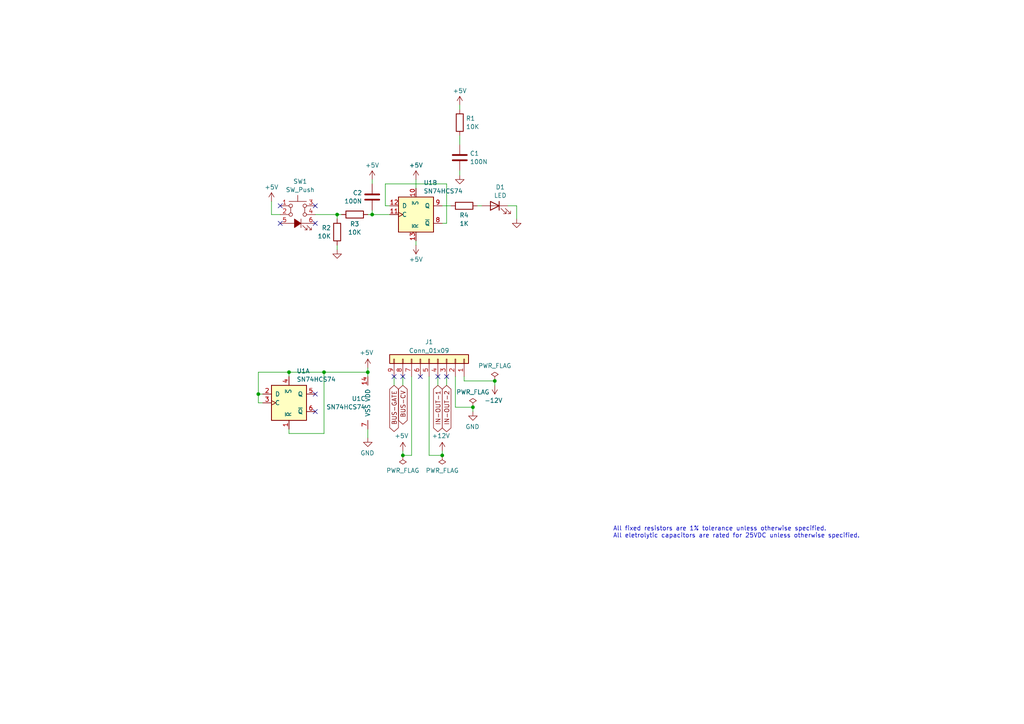
<source format=kicad_sch>
(kicad_sch (version 20230121) (generator eeschema)

  (uuid a1a9a0d8-c6de-418f-9a57-bf7f74b6d401)

  (paper "A4")

  (title_block
    (title "Flip-Flop Test")
    (date "2021-10-06")
    (rev "1.0")
    (company "Len Popp")
    (comment 1 "Copyright © 2023 Len Popp CC BY")
    (comment 2 "Circuit design for my custom Eurorack breadboard prototyping module")
  )

  (lib_symbols
    (symbol "-lmp-IC-misc:SN74HCS74" (pin_names (offset 1.016)) (in_bom yes) (on_board yes)
      (property "Reference" "U" (at -7.62 8.89 0)
        (effects (font (size 1.27 1.27)))
      )
      (property "Value" "SN74HCS74" (at -7.62 -8.89 0)
        (effects (font (size 1.27 1.27)))
      )
      (property "Footprint" "Package_SO:SOIC-14_3.9x8.7mm_P1.27mm" (at 0 0 0)
        (effects (font (size 1.27 1.27)) hide)
      )
      (property "Datasheet" "https://www.ti.com/lit/ds/symlink/sn74hcs74.pdf" (at 0 0 0)
        (effects (font (size 1.27 1.27)) hide)
      )
      (property "Manufacturer" "Texas Instruments" (at 0 0 0)
        (effects (font (size 1.27 1.27)) hide)
      )
      (property "ManufacturerPartNum" "SN74HCS74DR" (at 0 0 0)
        (effects (font (size 1.27 1.27)) hide)
      )
      (property "Distributor" "Mouser" (at 0 0 0)
        (effects (font (size 1.27 1.27)) hide)
      )
      (property "DistributorPartNum" "595-SN74HCS74DR" (at 0 0 0)
        (effects (font (size 1.27 1.27)) hide)
      )
      (property "DistributorPartLink" "https://www.mouser.ca/ProductDetail/Texas-Instruments/SN74HCS74DR?qs=TiOZkKH1s2QvGxo75w4r5Q%3D%3D" (at 0 0 0)
        (effects (font (size 1.27 1.27)) hide)
      )
      (property "ki_locked" "" (at 0 0 0)
        (effects (font (size 1.27 1.27)))
      )
      (property "ki_keywords" "CMOS D flip-flop schmitt" (at 0 0 0)
        (effects (font (size 1.27 1.27)) hide)
      )
      (property "ki_description" "CMOS Dual D Flip-flop, Set & Reset, Positive-edge Triggered, Schmitt-trigger Input" (at 0 0 0)
        (effects (font (size 1.27 1.27)) hide)
      )
      (property "ki_fp_filters" "Breakout*DIP*14*W15.24mm* SOIC*14*3.9*8.7*P1.27*" (at 0 0 0)
        (effects (font (size 1.27 1.27)) hide)
      )
      (symbol "SN74HCS74_1_0"
        (pin input line (at 0 -7.62 90) (length 2.54)
          (name "~{R}" (effects (font (size 1.27 1.27))))
          (number "1" (effects (font (size 1.27 1.27))))
        )
        (pin input line (at -7.62 2.54 0) (length 2.54)
          (name "D" (effects (font (size 1.27 1.27))))
          (number "2" (effects (font (size 1.27 1.27))))
        )
        (pin input clock (at -7.62 0 0) (length 2.54)
          (name "C" (effects (font (size 1.27 1.27))))
          (number "3" (effects (font (size 1.27 1.27))))
        )
        (pin input line (at 0 7.62 270) (length 2.54)
          (name "~{S}" (effects (font (size 1.27 1.27))))
          (number "4" (effects (font (size 1.27 1.27))))
        )
        (pin output line (at 7.62 2.54 180) (length 2.54)
          (name "Q" (effects (font (size 1.27 1.27))))
          (number "5" (effects (font (size 1.27 1.27))))
        )
        (pin output line (at 7.62 -2.54 180) (length 2.54)
          (name "~{Q}" (effects (font (size 1.27 1.27))))
          (number "6" (effects (font (size 1.27 1.27))))
        )
      )
      (symbol "SN74HCS74_1_1"
        (rectangle (start -5.08 5.08) (end 5.08 -5.08)
          (stroke (width 0.254) (type default))
          (fill (type background))
        )
      )
      (symbol "SN74HCS74_2_0"
        (pin input line (at 0 7.62 270) (length 2.54)
          (name "~{S}" (effects (font (size 1.27 1.27))))
          (number "10" (effects (font (size 1.27 1.27))))
        )
        (pin input clock (at -7.62 0 0) (length 2.54)
          (name "C" (effects (font (size 1.27 1.27))))
          (number "11" (effects (font (size 1.27 1.27))))
        )
        (pin input line (at -7.62 2.54 0) (length 2.54)
          (name "D" (effects (font (size 1.27 1.27))))
          (number "12" (effects (font (size 1.27 1.27))))
        )
        (pin input line (at 0 -7.62 90) (length 2.54)
          (name "~{R}" (effects (font (size 1.27 1.27))))
          (number "13" (effects (font (size 1.27 1.27))))
        )
        (pin output line (at 7.62 -2.54 180) (length 2.54)
          (name "~{Q}" (effects (font (size 1.27 1.27))))
          (number "8" (effects (font (size 1.27 1.27))))
        )
        (pin output line (at 7.62 2.54 180) (length 2.54)
          (name "Q" (effects (font (size 1.27 1.27))))
          (number "9" (effects (font (size 1.27 1.27))))
        )
      )
      (symbol "SN74HCS74_2_1"
        (rectangle (start -5.08 5.08) (end 5.08 -5.08)
          (stroke (width 0.254) (type default))
          (fill (type background))
        )
      )
      (symbol "SN74HCS74_3_1"
        (pin power_in line (at 0 7.62 270) (length 2.54)
          (name "VDD" (effects (font (size 1.27 1.27))))
          (number "14" (effects (font (size 1.27 1.27))))
        )
        (pin power_in line (at 0 -7.62 90) (length 2.54)
          (name "VSS" (effects (font (size 1.27 1.27))))
          (number "7" (effects (font (size 1.27 1.27))))
        )
      )
    )
    (symbol "-lmp-power:+12V" (power) (pin_names (offset 0)) (in_bom yes) (on_board yes)
      (property "Reference" "#PWR" (at 0 -3.81 0)
        (effects (font (size 1.27 1.27)) hide)
      )
      (property "Value" "+12V" (at 0 3.556 0)
        (effects (font (size 1.27 1.27)))
      )
      (property "Footprint" "" (at 0 0 0)
        (effects (font (size 1.27 1.27)) hide)
      )
      (property "Datasheet" "" (at 0 0 0)
        (effects (font (size 1.27 1.27)) hide)
      )
      (property "ki_keywords" "power-flag" (at 0 0 0)
        (effects (font (size 1.27 1.27)) hide)
      )
      (property "ki_description" "Power symbol creates a global label with name \"+12V\"" (at 0 0 0)
        (effects (font (size 1.27 1.27)) hide)
      )
      (symbol "+12V_0_1"
        (polyline
          (pts
            (xy -0.762 1.27)
            (xy 0 2.54)
          )
          (stroke (width 0) (type default))
          (fill (type none))
        )
        (polyline
          (pts
            (xy 0 0)
            (xy 0 2.54)
          )
          (stroke (width 0) (type default))
          (fill (type none))
        )
        (polyline
          (pts
            (xy 0 2.54)
            (xy 0.762 1.27)
          )
          (stroke (width 0) (type default))
          (fill (type none))
        )
      )
      (symbol "+12V_1_1"
        (pin power_in line (at 0 0 90) (length 0) hide
          (name "+12V" (effects (font (size 1.27 1.27))))
          (number "1" (effects (font (size 1.27 1.27))))
        )
      )
    )
    (symbol "-lmp-power:+5V" (power) (pin_names (offset 0)) (in_bom yes) (on_board yes)
      (property "Reference" "#PWR" (at 0 -3.81 0)
        (effects (font (size 1.27 1.27)) hide)
      )
      (property "Value" "+5V" (at 0 3.556 0)
        (effects (font (size 1.27 1.27)))
      )
      (property "Footprint" "" (at 0 0 0)
        (effects (font (size 1.27 1.27)) hide)
      )
      (property "Datasheet" "" (at 0 0 0)
        (effects (font (size 1.27 1.27)) hide)
      )
      (property "ki_keywords" "power-flag" (at 0 0 0)
        (effects (font (size 1.27 1.27)) hide)
      )
      (property "ki_description" "Power symbol creates a global label with name \"+5V\"" (at 0 0 0)
        (effects (font (size 1.27 1.27)) hide)
      )
      (symbol "+5V_0_1"
        (polyline
          (pts
            (xy -0.762 1.27)
            (xy 0 2.54)
          )
          (stroke (width 0) (type default))
          (fill (type none))
        )
        (polyline
          (pts
            (xy 0 0)
            (xy 0 2.54)
          )
          (stroke (width 0) (type default))
          (fill (type none))
        )
        (polyline
          (pts
            (xy 0 2.54)
            (xy 0.762 1.27)
          )
          (stroke (width 0) (type default))
          (fill (type none))
        )
      )
      (symbol "+5V_1_1"
        (pin power_in line (at 0 0 90) (length 0) hide
          (name "+5V" (effects (font (size 1.27 1.27))))
          (number "1" (effects (font (size 1.27 1.27))))
        )
      )
    )
    (symbol "-lmp-power:-12V" (power) (pin_names (offset 0)) (in_bom yes) (on_board yes)
      (property "Reference" "#PWR" (at 0 3.81 0)
        (effects (font (size 1.27 1.27)) hide)
      )
      (property "Value" "-12V" (at 0 -3.556 0)
        (effects (font (size 1.27 1.27)))
      )
      (property "Footprint" "" (at 0 0 0)
        (effects (font (size 1.27 1.27)) hide)
      )
      (property "Datasheet" "" (at 0 0 0)
        (effects (font (size 1.27 1.27)) hide)
      )
      (property "ki_keywords" "power-flag" (at 0 0 0)
        (effects (font (size 1.27 1.27)) hide)
      )
      (property "ki_description" "Power symbol creates a global label with name \"-12V\"" (at 0 0 0)
        (effects (font (size 1.27 1.27)) hide)
      )
      (symbol "-12V_0_1"
        (polyline
          (pts
            (xy -0.762 -1.27)
            (xy 0 -2.54)
          )
          (stroke (width 0) (type default))
          (fill (type none))
        )
        (polyline
          (pts
            (xy 0 -2.54)
            (xy 0.762 -1.27)
          )
          (stroke (width 0) (type default))
          (fill (type none))
        )
        (polyline
          (pts
            (xy 0 0)
            (xy 0 -2.54)
          )
          (stroke (width 0) (type default))
          (fill (type none))
        )
      )
      (symbol "-12V_1_1"
        (pin power_in line (at 0 0 270) (length 0) hide
          (name "-12V" (effects (font (size 1.27 1.27))))
          (number "1" (effects (font (size 1.27 1.27))))
        )
      )
    )
    (symbol "-lmp-power:GND" (power) (pin_names (offset 0)) (in_bom yes) (on_board yes)
      (property "Reference" "#PWR" (at 0 -6.35 0)
        (effects (font (size 1.27 1.27)) hide)
      )
      (property "Value" "GND" (at 0 -3.81 0)
        (effects (font (size 1.27 1.27)))
      )
      (property "Footprint" "" (at 0 0 0)
        (effects (font (size 1.27 1.27)) hide)
      )
      (property "Datasheet" "" (at 0 0 0)
        (effects (font (size 1.27 1.27)) hide)
      )
      (property "ki_keywords" "power-flag" (at 0 0 0)
        (effects (font (size 1.27 1.27)) hide)
      )
      (property "ki_description" "Power symbol creates a global label with name \"GND\" , ground" (at 0 0 0)
        (effects (font (size 1.27 1.27)) hide)
      )
      (symbol "GND_0_1"
        (polyline
          (pts
            (xy 0 0)
            (xy 0 -1.27)
            (xy 1.27 -1.27)
            (xy 0 -2.54)
            (xy -1.27 -1.27)
            (xy 0 -1.27)
          )
          (stroke (width 0) (type default))
          (fill (type none))
        )
      )
      (symbol "GND_1_1"
        (pin power_in line (at 0 0 270) (length 0) hide
          (name "GND" (effects (font (size 1.27 1.27))))
          (number "1" (effects (font (size 1.27 1.27))))
        )
      )
    )
    (symbol "-lmp-power:PWR_FLAG" (power) (pin_numbers hide) (pin_names (offset 0) hide) (in_bom yes) (on_board yes)
      (property "Reference" "#FLG" (at 0 1.905 0)
        (effects (font (size 1.27 1.27)) hide)
      )
      (property "Value" "PWR_FLAG" (at 0 3.81 0)
        (effects (font (size 1.27 1.27)))
      )
      (property "Footprint" "" (at 0 0 0)
        (effects (font (size 1.27 1.27)) hide)
      )
      (property "Datasheet" "~" (at 0 0 0)
        (effects (font (size 1.27 1.27)) hide)
      )
      (property "ki_keywords" "power-flag" (at 0 0 0)
        (effects (font (size 1.27 1.27)) hide)
      )
      (property "ki_description" "Special symbol for telling ERC where power comes from" (at 0 0 0)
        (effects (font (size 1.27 1.27)) hide)
      )
      (symbol "PWR_FLAG_0_0"
        (pin power_out line (at 0 0 90) (length 0)
          (name "pwr" (effects (font (size 1.27 1.27))))
          (number "1" (effects (font (size 1.27 1.27))))
        )
      )
      (symbol "PWR_FLAG_0_1"
        (polyline
          (pts
            (xy 0 0)
            (xy 0 1.27)
            (xy -1.016 1.905)
            (xy 0 2.54)
            (xy 1.016 1.905)
            (xy 0 1.27)
          )
          (stroke (width 0) (type default))
          (fill (type none))
        )
      )
    )
    (symbol "-lmp-synth:LED_3mm_Red" (pin_numbers hide) (pin_names (offset 1.016) hide) (in_bom yes) (on_board yes)
      (property "Reference" "D" (at 0 2.54 0)
        (effects (font (size 1.27 1.27)))
      )
      (property "Value" "LED_3mm_Red" (at 0 -3.175 0)
        (effects (font (size 1.27 1.27)))
      )
      (property "Footprint" "LED_THT:LED_D3.0mm_Clear" (at 0 0 0)
        (effects (font (size 1.27 1.27)) hide)
      )
      (property "Datasheet" "https://www.mouser.ca/datasheet/2/216/WP710A10SRD_F-232013.pdf" (at 0 0 0)
        (effects (font (size 1.27 1.27)) hide)
      )
      (property "Label" "[label]" (at 0 -5.08 0)
        (effects (font (size 1.27 1.27)))
      )
      (property "Manufacturer" "Kingbright" (at 0 0 0)
        (effects (font (size 1.27 1.27)) hide)
      )
      (property "ManufacturerPartNum" "WP710A10SRD/F" (at 0 0 0)
        (effects (font (size 1.27 1.27)) hide)
      )
      (property "Distributor" "Mouser" (at 0 0 0)
        (effects (font (size 1.27 1.27)) hide)
      )
      (property "DistributorPartNum" "604-WP710A10SRD/F" (at 0 0 0)
        (effects (font (size 1.27 1.27)) hide)
      )
      (property "DistributorPartLink" "https://www.mouser.ca/ProductDetail/?qs=jBF9H7RTBaRtqgW6ZO9SUQ%3D%3D" (at 0 0 0)
        (effects (font (size 1.27 1.27)) hide)
      )
      (property "ki_keywords" "LED diode red" (at 0 0 0)
        (effects (font (size 1.27 1.27)) hide)
      )
      (property "ki_description" "Red Light Emitting Diode" (at 0 0 0)
        (effects (font (size 1.27 1.27)) hide)
      )
      (property "ki_fp_filters" "LED* LED_SMD:* LED_THT:*" (at 0 0 0)
        (effects (font (size 1.27 1.27)) hide)
      )
      (symbol "LED_3mm_Red_0_1"
        (polyline
          (pts
            (xy -1.27 -1.27)
            (xy -1.27 1.27)
          )
          (stroke (width 0.254) (type default))
          (fill (type none))
        )
        (polyline
          (pts
            (xy -1.27 0)
            (xy 1.27 0)
          )
          (stroke (width 0) (type default))
          (fill (type none))
        )
        (polyline
          (pts
            (xy 1.27 -1.27)
            (xy 1.27 1.27)
            (xy -1.27 0)
            (xy 1.27 -1.27)
          )
          (stroke (width 0.254) (type default))
          (fill (type none))
        )
        (polyline
          (pts
            (xy -3.048 -0.762)
            (xy -4.572 -2.286)
            (xy -3.81 -2.286)
            (xy -4.572 -2.286)
            (xy -4.572 -1.524)
          )
          (stroke (width 0) (type default))
          (fill (type none))
        )
        (polyline
          (pts
            (xy -1.778 -0.762)
            (xy -3.302 -2.286)
            (xy -2.54 -2.286)
            (xy -3.302 -2.286)
            (xy -3.302 -1.524)
          )
          (stroke (width 0) (type default))
          (fill (type none))
        )
      )
      (symbol "LED_3mm_Red_1_1"
        (pin passive line (at -3.81 0 0) (length 2.54)
          (name "K" (effects (font (size 1.27 1.27))))
          (number "1" (effects (font (size 1.27 1.27))))
        )
        (pin passive line (at 3.81 0 180) (length 2.54)
          (name "A" (effects (font (size 1.27 1.27))))
          (number "2" (effects (font (size 1.27 1.27))))
        )
      )
    )
    (symbol "-lmp-synth:R_1K_Output" (pin_numbers hide) (pin_names (offset 0)) (in_bom yes) (on_board yes)
      (property "Reference" "R" (at -2.286 0 90)
        (effects (font (size 1.27 1.27)))
      )
      (property "Value" "R_1K_Output" (at 2.413 0 90)
        (effects (font (size 1.27 1.27)))
      )
      (property "Footprint" "-lmp-misc:R_Axial_DIN0207_L6.3mm_D2.5mm_P10.16mm_Horizontal" (at -1.778 0 90)
        (effects (font (size 1.27 1.27)) hide)
      )
      (property "Datasheet" "https://www.mouser.ca/datasheet/2/427/ccf07-1762725.pdf" (at 0 0 0)
        (effects (font (size 1.27 1.27)) hide)
      )
      (property "Value2" "5%, 1/4 W" (at 4.445 0 90)
        (effects (font (size 1.27 1.27)))
      )
      (property "Note" "Output limiting" (at -1.905 -1.905 90)
        (effects (font (size 1.27 1.27)) hide)
      )
      (property "Manufacturer" "Vishay / Dale" (at 0 0 0)
        (effects (font (size 1.27 1.27)) hide)
      )
      (property "ManufacturerPartNum" "CCF071K00JKE36" (at 0 0 0)
        (effects (font (size 1.27 1.27)) hide)
      )
      (property "Distributor" "Mouser" (at -1.905 0 90)
        (effects (font (size 1.27 1.27)) hide)
      )
      (property "DistributorPartNum" "71-CCF071K00JKE36" (at 0 0 0)
        (effects (font (size 1.27 1.27)) hide)
      )
      (property "DistributorPartLink" "https://www.mouser.ca/ProductDetail/Vishay-Dale/CCF071K00JKE36?qs=sGAEpiMZZMsPqMdJzcrNwqw41JD0NFylHV1MADcQnpo%3D" (at 0 0 0)
        (effects (font (size 1.27 1.27)) hide)
      )
      (property "ki_keywords" "R res resistor" (at 0 0 0)
        (effects (font (size 1.27 1.27)) hide)
      )
      (property "ki_description" "Resistor" (at 0 0 0)
        (effects (font (size 1.27 1.27)) hide)
      )
      (property "ki_fp_filters" "R_*" (at 0 0 0)
        (effects (font (size 1.27 1.27)) hide)
      )
      (symbol "R_1K_Output_0_1"
        (rectangle (start -1.016 -2.54) (end 1.016 2.54)
          (stroke (width 0.254) (type default))
          (fill (type none))
        )
      )
      (symbol "R_1K_Output_1_1"
        (pin passive line (at 0 3.81 270) (length 1.27)
          (name "~" (effects (font (size 1.27 1.27))))
          (number "1" (effects (font (size 1.27 1.27))))
        )
        (pin passive line (at 0 -3.81 90) (length 1.27)
          (name "~" (effects (font (size 1.27 1.27))))
          (number "2" (effects (font (size 1.27 1.27))))
        )
      )
    )
    (symbol "-lmp-synth:SW_Push_LED_C&K_D6R" (pin_names (offset 1.016) hide) (in_bom yes) (on_board yes)
      (property "Reference" "SW" (at 0.635 5.715 0)
        (effects (font (size 1.27 1.27)) (justify left))
      )
      (property "Value" "SW_Push_LED_C&K_D6R" (at -0.0508 -5.9182 0)
        (effects (font (size 1.27 1.27)))
      )
      (property "Footprint" "-lmp-synth:SW_Push_LED_C&K_D6R" (at 0 7.62 0)
        (effects (font (size 1.27 1.27)) hide)
      )
      (property "Datasheet" "https://www.mouser.ca/datasheet/2/60/d6-1382571.pdf" (at 0 7.62 0)
        (effects (font (size 1.27 1.27)) hide)
      )
      (property "Manufacturer" "C&K" (at 0 0 0)
        (effects (font (size 1.27 1.27)) hide)
      )
      (property "ManufacturerPartNum" "D6RLBUF1 LFS" (at 0 0 0)
        (effects (font (size 1.27 1.27)) hide)
      )
      (property "Distributor" "Mouser" (at 0 0 0)
        (effects (font (size 1.27 1.27)) hide)
      )
      (property "DistributorPartNum" "611-D6RLBUF1LFS" (at 0 0 0)
        (effects (font (size 1.27 1.27)) hide)
      )
      (property "DistributorPartLink" "https://www.mouser.co.uk/ProductDetail/CK/D6RLBUF1-LFS?qs=zW32dvEIR3uFcmnP%2FjXwsQ%3D%3D" (at 0 0 0)
        (effects (font (size 1.27 1.27)) hide)
      )
      (property "ki_keywords" "switch normally-open pushbutton push-button LED C&K D6R" (at 0 0 0)
        (effects (font (size 1.27 1.27)) hide)
      )
      (property "ki_description" "Push button switch with single LED, C&K D6R series" (at 0 0 0)
        (effects (font (size 1.27 1.27)) hide)
      )
      (symbol "SW_Push_LED_C&K_D6R_0_0"
        (polyline
          (pts
            (xy -2.54 -2.54)
            (xy 2.54 -2.54)
          )
          (stroke (width 0) (type default))
          (fill (type none))
        )
        (polyline
          (pts
            (xy 0.9398 -1.27)
            (xy 0.9398 -3.81)
          )
          (stroke (width 0) (type default))
          (fill (type none))
        )
        (polyline
          (pts
            (xy 2.6924 -4.445)
            (xy 1.4224 -3.175)
          )
          (stroke (width 0) (type default))
          (fill (type none))
        )
        (polyline
          (pts
            (xy 3.9624 -4.445)
            (xy 2.6924 -3.175)
          )
          (stroke (width 0) (type default))
          (fill (type none))
        )
        (polyline
          (pts
            (xy 2.6924 -3.81)
            (xy 2.6924 -4.445)
            (xy 2.0574 -4.445)
          )
          (stroke (width 0) (type default))
          (fill (type none))
        )
        (polyline
          (pts
            (xy 3.9624 -3.81)
            (xy 3.9624 -4.445)
            (xy 3.3274 -4.445)
          )
          (stroke (width 0) (type default))
          (fill (type none))
        )
        (polyline
          (pts
            (xy 0.9398 -2.54)
            (xy -0.9652 -1.27)
            (xy -0.9652 -3.81)
            (xy 0.9398 -2.54)
          )
          (stroke (width 0) (type default))
          (fill (type outline))
        )
      )
      (symbol "SW_Push_LED_C&K_D6R_0_1"
        (circle (center -2.032 2.54) (radius 0.508)
          (stroke (width 0) (type default))
          (fill (type none))
        )
        (polyline
          (pts
            (xy -2.032 2.032)
            (xy -2.032 0.508)
          )
          (stroke (width 0) (type default))
          (fill (type none))
        )
        (polyline
          (pts
            (xy 0 3.81)
            (xy 0 5.588)
          )
          (stroke (width 0) (type default))
          (fill (type none))
        )
        (polyline
          (pts
            (xy 2.032 2.032)
            (xy 2.032 0.508)
          )
          (stroke (width 0) (type default))
          (fill (type none))
        )
        (polyline
          (pts
            (xy 2.54 3.81)
            (xy -2.54 3.81)
          )
          (stroke (width 0) (type default))
          (fill (type none))
        )
        (circle (center 2.032 2.54) (radius 0.508)
          (stroke (width 0) (type default))
          (fill (type none))
        )
        (pin passive line (at -5.08 2.54 0) (length 2.54)
          (name "1" (effects (font (size 1.27 1.27))))
          (number "1" (effects (font (size 1.27 1.27))))
        )
        (pin passive line (at 5.08 2.54 180) (length 2.54)
          (name "3" (effects (font (size 1.27 1.27))))
          (number "3" (effects (font (size 1.27 1.27))))
        )
        (pin passive line (at -5.08 -2.54 0) (length 2.54)
          (name "A" (effects (font (size 1.27 1.27))))
          (number "5" (effects (font (size 1.27 1.27))))
        )
        (pin passive line (at 5.08 -2.54 180) (length 2.54)
          (name "K" (effects (font (size 1.27 1.27))))
          (number "6" (effects (font (size 1.27 1.27))))
        )
      )
      (symbol "SW_Push_LED_C&K_D6R_1_1"
        (circle (center -2.032 0) (radius 0.508)
          (stroke (width 0) (type default))
          (fill (type none))
        )
        (circle (center 2.032 0) (radius 0.508)
          (stroke (width 0) (type default))
          (fill (type none))
        )
        (pin passive line (at -5.08 0 0) (length 2.54)
          (name "2" (effects (font (size 1.27 1.27))))
          (number "2" (effects (font (size 1.27 1.27))))
        )
        (pin passive line (at 5.08 0 180) (length 2.54)
          (name "4" (effects (font (size 1.27 1.27))))
          (number "4" (effects (font (size 1.27 1.27))))
        )
      )
    )
    (symbol "-lmp:CC_100N" (pin_numbers hide) (pin_names (offset 0.254)) (in_bom yes) (on_board yes)
      (property "Reference" "C" (at 0.635 2.54 0)
        (effects (font (size 1.27 1.27)) (justify left))
      )
      (property "Value" "CC_100N" (at 0.635 -2.54 0)
        (effects (font (size 1.27 1.27)) (justify left))
      )
      (property "Footprint" "-lmp-misc:C_Disc_D5.0mm_W2.5mm_P2.50mm" (at 0.9652 -3.81 0)
        (effects (font (size 1.27 1.27)) hide)
      )
      (property "Datasheet" "https://product.tdk.com/system/files/dam/doc/product/capacitor/ceramic/lead-mlcc/catalog/leadmlcc_halogenfree_fg_en.pdf" (at -0.635 -3.81 0)
        (effects (font (size 1.27 1.27)) hide)
      )
      (property "Note" "IC decoupling" (at 0.635 -5.08 0)
        (effects (font (size 1.27 1.27)) (justify left) hide)
      )
      (property "Manufacturer" "TDK" (at 0 0 0)
        (effects (font (size 1.27 1.27)) hide)
      )
      (property "ManufacturerPartNum" "FG18X7R1H104KNT06" (at 0 0 0)
        (effects (font (size 1.27 1.27)) hide)
      )
      (property "Distributor" "Mouser" (at 0 0 0)
        (effects (font (size 1.27 1.27)) hide)
      )
      (property "DistributorPartNum" "810-FG18X7R1H104KNT6" (at 0 0 0)
        (effects (font (size 1.27 1.27)) hide)
      )
      (property "DistributorPartLink" "https://www.mouser.ca/ProductDetail/810-FG18X7R1H104KNT6" (at 0 0 0)
        (effects (font (size 1.27 1.27)) hide)
      )
      (property "ki_keywords" "cap capacitor ceramic" (at 0 0 0)
        (effects (font (size 1.27 1.27)) hide)
      )
      (property "ki_description" "Capacitor - Ceramic - IC decoupling" (at 0 0 0)
        (effects (font (size 1.27 1.27)) hide)
      )
      (property "ki_fp_filters" "C_*" (at 0 0 0)
        (effects (font (size 1.27 1.27)) hide)
      )
      (symbol "CC_100N_0_1"
        (polyline
          (pts
            (xy -2.032 -0.762)
            (xy 2.032 -0.762)
          )
          (stroke (width 0.508) (type default))
          (fill (type none))
        )
        (polyline
          (pts
            (xy -2.032 0.762)
            (xy 2.032 0.762)
          )
          (stroke (width 0.508) (type default))
          (fill (type none))
        )
      )
      (symbol "CC_100N_1_1"
        (pin passive line (at 0 3.81 270) (length 2.794)
          (name "~" (effects (font (size 1.27 1.27))))
          (number "1" (effects (font (size 1.27 1.27))))
        )
        (pin passive line (at 0 -3.81 90) (length 2.794)
          (name "~" (effects (font (size 1.27 1.27))))
          (number "2" (effects (font (size 1.27 1.27))))
        )
      )
    )
    (symbol "-lmp:R_1%_0W166" (pin_numbers hide) (pin_names (offset 0)) (in_bom yes) (on_board yes)
      (property "Reference" "R" (at -2.286 0 90)
        (effects (font (size 1.27 1.27)))
      )
      (property "Value" "R_1%_0W166" (at 2.413 0 90)
        (effects (font (size 1.27 1.27)))
      )
      (property "Footprint" "-lmp-misc:R_Axial_DIN0207_L6.3mm_D2.5mm_P7.62mm_Horizontal" (at -1.778 0 90)
        (effects (font (size 1.27 1.27)) hide)
      )
      (property "Datasheet" "https://www.mouser.ca/datasheet/2/447/Yageo_LR_MFR_1-1714151.pdf" (at 0 0 0)
        (effects (font (size 1.27 1.27)) hide)
      )
      (property "Manufacturer" "YAGEO" (at 0 0 0)
        (effects (font (size 1.27 1.27)) hide)
      )
      (property "ManufacturerPartNum" "MFR-12*" (at 0 0 0)
        (effects (font (size 1.27 1.27)) hide)
      )
      (property "Distributor" "Mouser" (at 0 0 0)
        (effects (font (size 1.27 1.27)) hide)
      )
      (property "DistributorPartNum" "603-MFR-12*" (at 0 0 0)
        (effects (font (size 1.27 1.27)) hide)
      )
      (property "DistributorPartLink" "https://www.mouser.ca/c/?m=YAGEO&power+rating=166+mW+(1%2f6+W)&tolerance=1+%25&instock=y" (at 0 0 0)
        (effects (font (size 1.27 1.27)) hide)
      )
      (property "Value2" "1%, 1/6 W" (at 4.953 0 90)
        (effects (font (size 1.27 1.27)) hide)
      )
      (property "ki_keywords" "R res resistor" (at 0 0 0)
        (effects (font (size 1.27 1.27)) hide)
      )
      (property "ki_description" "Resistor" (at 0 0 0)
        (effects (font (size 1.27 1.27)) hide)
      )
      (property "ki_fp_filters" "R_*" (at 0 0 0)
        (effects (font (size 1.27 1.27)) hide)
      )
      (symbol "R_1%_0W166_0_1"
        (rectangle (start -1.016 -2.54) (end 1.016 2.54)
          (stroke (width 0.254) (type default))
          (fill (type none))
        )
      )
      (symbol "R_1%_0W166_1_1"
        (pin passive line (at 0 3.81 270) (length 1.27)
          (name "~" (effects (font (size 1.27 1.27))))
          (number "1" (effects (font (size 1.27 1.27))))
        )
        (pin passive line (at 0 -3.81 90) (length 1.27)
          (name "~" (effects (font (size 1.27 1.27))))
          (number "2" (effects (font (size 1.27 1.27))))
        )
      )
    )
    (symbol "Connector_Generic:Conn_01x09" (pin_names (offset 1.016) hide) (in_bom yes) (on_board yes)
      (property "Reference" "J" (at 0 12.7 0)
        (effects (font (size 1.27 1.27)))
      )
      (property "Value" "Conn_01x09" (at 0 -12.7 0)
        (effects (font (size 1.27 1.27)))
      )
      (property "Footprint" "" (at 0 0 0)
        (effects (font (size 1.27 1.27)) hide)
      )
      (property "Datasheet" "~" (at 0 0 0)
        (effects (font (size 1.27 1.27)) hide)
      )
      (property "ki_keywords" "connector" (at 0 0 0)
        (effects (font (size 1.27 1.27)) hide)
      )
      (property "ki_description" "Generic connector, single row, 01x09, script generated (kicad-library-utils/schlib/autogen/connector/)" (at 0 0 0)
        (effects (font (size 1.27 1.27)) hide)
      )
      (property "ki_fp_filters" "Connector*:*_1x??_*" (at 0 0 0)
        (effects (font (size 1.27 1.27)) hide)
      )
      (symbol "Conn_01x09_1_1"
        (rectangle (start -1.27 -10.033) (end 0 -10.287)
          (stroke (width 0.1524) (type default))
          (fill (type none))
        )
        (rectangle (start -1.27 -7.493) (end 0 -7.747)
          (stroke (width 0.1524) (type default))
          (fill (type none))
        )
        (rectangle (start -1.27 -4.953) (end 0 -5.207)
          (stroke (width 0.1524) (type default))
          (fill (type none))
        )
        (rectangle (start -1.27 -2.413) (end 0 -2.667)
          (stroke (width 0.1524) (type default))
          (fill (type none))
        )
        (rectangle (start -1.27 0.127) (end 0 -0.127)
          (stroke (width 0.1524) (type default))
          (fill (type none))
        )
        (rectangle (start -1.27 2.667) (end 0 2.413)
          (stroke (width 0.1524) (type default))
          (fill (type none))
        )
        (rectangle (start -1.27 5.207) (end 0 4.953)
          (stroke (width 0.1524) (type default))
          (fill (type none))
        )
        (rectangle (start -1.27 7.747) (end 0 7.493)
          (stroke (width 0.1524) (type default))
          (fill (type none))
        )
        (rectangle (start -1.27 10.287) (end 0 10.033)
          (stroke (width 0.1524) (type default))
          (fill (type none))
        )
        (rectangle (start -1.27 11.43) (end 1.27 -11.43)
          (stroke (width 0.254) (type default))
          (fill (type background))
        )
        (pin passive line (at -5.08 10.16 0) (length 3.81)
          (name "Pin_1" (effects (font (size 1.27 1.27))))
          (number "1" (effects (font (size 1.27 1.27))))
        )
        (pin passive line (at -5.08 7.62 0) (length 3.81)
          (name "Pin_2" (effects (font (size 1.27 1.27))))
          (number "2" (effects (font (size 1.27 1.27))))
        )
        (pin passive line (at -5.08 5.08 0) (length 3.81)
          (name "Pin_3" (effects (font (size 1.27 1.27))))
          (number "3" (effects (font (size 1.27 1.27))))
        )
        (pin passive line (at -5.08 2.54 0) (length 3.81)
          (name "Pin_4" (effects (font (size 1.27 1.27))))
          (number "4" (effects (font (size 1.27 1.27))))
        )
        (pin passive line (at -5.08 0 0) (length 3.81)
          (name "Pin_5" (effects (font (size 1.27 1.27))))
          (number "5" (effects (font (size 1.27 1.27))))
        )
        (pin passive line (at -5.08 -2.54 0) (length 3.81)
          (name "Pin_6" (effects (font (size 1.27 1.27))))
          (number "6" (effects (font (size 1.27 1.27))))
        )
        (pin passive line (at -5.08 -5.08 0) (length 3.81)
          (name "Pin_7" (effects (font (size 1.27 1.27))))
          (number "7" (effects (font (size 1.27 1.27))))
        )
        (pin passive line (at -5.08 -7.62 0) (length 3.81)
          (name "Pin_8" (effects (font (size 1.27 1.27))))
          (number "8" (effects (font (size 1.27 1.27))))
        )
        (pin passive line (at -5.08 -10.16 0) (length 3.81)
          (name "Pin_9" (effects (font (size 1.27 1.27))))
          (number "9" (effects (font (size 1.27 1.27))))
        )
      )
    )
    (symbol "GND_1" (power) (pin_numbers hide) (pin_names (offset 0) hide) (in_bom yes) (on_board yes)
      (property "Reference" "#PWR" (at 0 -6.35 0)
        (effects (font (size 1.27 1.27)) hide)
      )
      (property "Value" "GND_1" (at 0 -3.81 0)
        (effects (font (size 1.27 1.27)) hide)
      )
      (property "Footprint" "" (at 0 0 0)
        (effects (font (size 1.27 1.27)) hide)
      )
      (property "Datasheet" "" (at 0 0 0)
        (effects (font (size 1.27 1.27)) hide)
      )
      (property "ki_keywords" "power-flag" (at 0 0 0)
        (effects (font (size 1.27 1.27)) hide)
      )
      (property "ki_description" "Power symbol creates a global label with name \"GND\" , ground" (at 0 0 0)
        (effects (font (size 1.27 1.27)) hide)
      )
      (symbol "GND_1_0_1"
        (polyline
          (pts
            (xy 0 0)
            (xy 0 -1.27)
            (xy 1.27 -1.27)
            (xy 0 -2.54)
            (xy -1.27 -1.27)
            (xy 0 -1.27)
          )
          (stroke (width 0) (type default))
          (fill (type none))
        )
      )
      (symbol "GND_1_1_1"
        (pin power_in line (at 0 0 270) (length 0) hide
          (name "GND" (effects (font (size 1.27 1.27))))
          (number "1" (effects (font (size 1.27 1.27))))
        )
      )
    )
    (symbol "GND_2" (power) (pin_numbers hide) (pin_names (offset 0) hide) (in_bom yes) (on_board yes)
      (property "Reference" "#PWR" (at 0 -6.35 0)
        (effects (font (size 1.27 1.27)) hide)
      )
      (property "Value" "GND_2" (at 0 -3.81 0)
        (effects (font (size 1.27 1.27)) hide)
      )
      (property "Footprint" "" (at 0 0 0)
        (effects (font (size 1.27 1.27)) hide)
      )
      (property "Datasheet" "" (at 0 0 0)
        (effects (font (size 1.27 1.27)) hide)
      )
      (property "ki_keywords" "power-flag" (at 0 0 0)
        (effects (font (size 1.27 1.27)) hide)
      )
      (property "ki_description" "Power symbol creates a global label with name \"GND\" , ground" (at 0 0 0)
        (effects (font (size 1.27 1.27)) hide)
      )
      (symbol "GND_2_0_1"
        (polyline
          (pts
            (xy 0 0)
            (xy 0 -1.27)
            (xy 1.27 -1.27)
            (xy 0 -2.54)
            (xy -1.27 -1.27)
            (xy 0 -1.27)
          )
          (stroke (width 0) (type default))
          (fill (type none))
        )
      )
      (symbol "GND_2_1_1"
        (pin power_in line (at 0 0 270) (length 0) hide
          (name "GND" (effects (font (size 1.27 1.27))))
          (number "1" (effects (font (size 1.27 1.27))))
        )
      )
    )
    (symbol "GND_3" (power) (pin_numbers hide) (pin_names (offset 0) hide) (in_bom yes) (on_board yes)
      (property "Reference" "#PWR" (at 0 -6.35 0)
        (effects (font (size 1.27 1.27)) hide)
      )
      (property "Value" "GND_3" (at 0 -3.81 0)
        (effects (font (size 1.27 1.27)) hide)
      )
      (property "Footprint" "" (at 0 0 0)
        (effects (font (size 1.27 1.27)) hide)
      )
      (property "Datasheet" "" (at 0 0 0)
        (effects (font (size 1.27 1.27)) hide)
      )
      (property "ki_keywords" "power-flag" (at 0 0 0)
        (effects (font (size 1.27 1.27)) hide)
      )
      (property "ki_description" "Power symbol creates a global label with name \"GND\" , ground" (at 0 0 0)
        (effects (font (size 1.27 1.27)) hide)
      )
      (symbol "GND_3_0_1"
        (polyline
          (pts
            (xy 0 0)
            (xy 0 -1.27)
            (xy 1.27 -1.27)
            (xy 0 -2.54)
            (xy -1.27 -1.27)
            (xy 0 -1.27)
          )
          (stroke (width 0) (type default))
          (fill (type none))
        )
      )
      (symbol "GND_3_1_1"
        (pin power_in line (at 0 0 270) (length 0) hide
          (name "GND" (effects (font (size 1.27 1.27))))
          (number "1" (effects (font (size 1.27 1.27))))
        )
      )
    )
  )

  (junction (at 83.82 107.95) (diameter 0) (color 0 0 0 0)
    (uuid 044e3105-09ef-4a39-a821-61c0796f2182)
  )
  (junction (at 93.98 107.95) (diameter 0) (color 0 0 0 0)
    (uuid 16dfecdc-4f40-4438-9ee2-bf4d080aed18)
  )
  (junction (at 97.79 62.23) (diameter 0) (color 0 0 0 0)
    (uuid 6c2ecca8-7966-4c66-b0fa-5b3fe4274e37)
  )
  (junction (at 137.16 118.11) (diameter 0) (color 0 0 0 0)
    (uuid 7ea85228-de9d-46bb-aa3c-34dfb8e54239)
  )
  (junction (at 74.93 114.3) (diameter 0) (color 0 0 0 0)
    (uuid 7f92c9e4-ea1d-495e-aea8-9e533f818e28)
  )
  (junction (at 128.27 132.08) (diameter 0) (color 0 0 0 0)
    (uuid 83c70ce6-e441-4b07-80a6-2f5fb8a6492d)
  )
  (junction (at 107.95 62.23) (diameter 0) (color 0 0 0 0)
    (uuid 92f10ad1-4dae-4c92-b77a-3af89de2c397)
  )
  (junction (at 143.51 110.49) (diameter 0) (color 0 0 0 0)
    (uuid d1038279-4eb4-4065-836c-dbd8cfc6d4a4)
  )
  (junction (at 116.84 132.08) (diameter 0) (color 0 0 0 0)
    (uuid e06225e3-eb34-4222-b283-4c5fa1a14550)
  )
  (junction (at 106.68 107.95) (diameter 0) (color 0 0 0 0)
    (uuid f267d6bd-2bc5-4a75-98ac-da11464edfa0)
  )

  (no_connect (at 91.44 119.38) (uuid 2f98f0c9-3ef2-4bbf-8f93-b306cb988ab4))
  (no_connect (at 114.3 109.22) (uuid 688d0284-782f-45fa-b739-01bbae5f8154))
  (no_connect (at 81.28 59.69) (uuid 78dc5e99-7b0d-4bed-822d-b1c91af90b85))
  (no_connect (at 121.92 109.22) (uuid 90a74f5e-7380-4ff0-bb5e-d9d5841f174b))
  (no_connect (at 91.44 59.69) (uuid bc0ce888-f9d0-4646-8d9f-eb97e5df304b))
  (no_connect (at 81.28 64.77) (uuid c852a74d-7a6d-4d38-9fef-85a9f9ce12af))
  (no_connect (at 91.44 114.3) (uuid d831ed25-693c-4572-b081-907ae403e065))
  (no_connect (at 91.44 64.77) (uuid ddb7b7f7-ea0d-46a9-b844-952e82469448))
  (no_connect (at 127 109.22) (uuid de29183a-a959-438e-ba80-9951a1cd01fe))
  (no_connect (at 129.54 109.22) (uuid e93dc22c-e8a4-4ff8-b39b-983465abe9e9))
  (no_connect (at 116.84 109.22) (uuid ed5299b6-9568-4924-a5d7-a58b7726d9b4))

  (wire (pts (xy 111.76 53.34) (xy 111.76 59.69))
    (stroke (width 0) (type default))
    (uuid 04198941-e6d8-4725-9dc4-d53a666b43a6)
  )
  (wire (pts (xy 107.95 52.07) (xy 107.95 53.34))
    (stroke (width 0) (type default))
    (uuid 0b2bdfdd-63fe-452b-b859-81fdf6f24145)
  )
  (wire (pts (xy 97.79 62.23) (xy 99.06 62.23))
    (stroke (width 0) (type default))
    (uuid 0c030d0c-b63d-43e5-bc29-ec4ffee8bba6)
  )
  (wire (pts (xy 127 109.22) (xy 127 111.76))
    (stroke (width 0) (type default))
    (uuid 15f06c58-f54a-4e99-8411-3b02ee2b6d87)
  )
  (wire (pts (xy 116.84 132.08) (xy 119.38 132.08))
    (stroke (width 0) (type default))
    (uuid 16a7e0a2-3e0c-4e8d-a95d-0aa2745b5fd4)
  )
  (wire (pts (xy 133.35 39.37) (xy 133.35 41.91))
    (stroke (width 0) (type default))
    (uuid 19fd8963-b60c-4cd6-a198-72ab6fc2bb62)
  )
  (wire (pts (xy 134.62 110.49) (xy 143.51 110.49))
    (stroke (width 0) (type default))
    (uuid 1b59498e-fed4-40a3-97df-2886f1711aad)
  )
  (wire (pts (xy 138.43 59.69) (xy 139.7 59.69))
    (stroke (width 0) (type default))
    (uuid 1e4c0974-97fe-4688-82d0-940d2b294103)
  )
  (wire (pts (xy 93.98 107.95) (xy 106.68 107.95))
    (stroke (width 0) (type default))
    (uuid 1f735f21-91e8-4adb-a5c3-67ed13a376a9)
  )
  (wire (pts (xy 143.51 110.49) (xy 143.51 111.76))
    (stroke (width 0) (type default))
    (uuid 205abb1a-e53d-43ca-8aa5-51b63e522399)
  )
  (wire (pts (xy 93.98 125.73) (xy 93.98 107.95))
    (stroke (width 0) (type default))
    (uuid 233a5361-4f28-48ca-9232-ef76f58215e9)
  )
  (wire (pts (xy 93.98 107.95) (xy 83.82 107.95))
    (stroke (width 0) (type default))
    (uuid 30d3e8a7-6f3c-44a2-a275-f83211c11f74)
  )
  (wire (pts (xy 149.86 59.69) (xy 149.86 63.5))
    (stroke (width 0) (type default))
    (uuid 3265a900-2ebc-4c34-91da-8f354e219c1c)
  )
  (wire (pts (xy 129.54 64.77) (xy 129.54 53.34))
    (stroke (width 0) (type default))
    (uuid 383f3aaa-fd21-437b-aefd-31994149b9d9)
  )
  (wire (pts (xy 120.65 69.85) (xy 120.65 71.12))
    (stroke (width 0) (type default))
    (uuid 3a4db201-7b30-4f0c-b6e9-3d836fc78897)
  )
  (wire (pts (xy 97.79 71.12) (xy 97.79 72.39))
    (stroke (width 0) (type default))
    (uuid 3d57ece4-4b7a-45c6-938b-3094ab1698b9)
  )
  (wire (pts (xy 74.93 116.84) (xy 74.93 114.3))
    (stroke (width 0) (type default))
    (uuid 40f4fa61-fbdc-400b-8797-62065f411a44)
  )
  (wire (pts (xy 116.84 130.81) (xy 116.84 132.08))
    (stroke (width 0) (type default))
    (uuid 429879b2-b02e-428e-aa75-e3e41021046f)
  )
  (wire (pts (xy 133.35 49.53) (xy 133.35 50.8))
    (stroke (width 0) (type default))
    (uuid 44677ced-f738-4dd9-8fb4-c4142985c2bd)
  )
  (wire (pts (xy 128.27 64.77) (xy 129.54 64.77))
    (stroke (width 0) (type default))
    (uuid 4d8f94c9-d7d8-46b0-87a9-a57df4fd56f5)
  )
  (wire (pts (xy 147.32 59.69) (xy 149.86 59.69))
    (stroke (width 0) (type default))
    (uuid 51ba25ef-5bb6-40ed-947a-4e1e251f11cb)
  )
  (wire (pts (xy 119.38 132.08) (xy 119.38 109.22))
    (stroke (width 0) (type default))
    (uuid 529203ba-fbff-4f97-b041-152e441619f5)
  )
  (wire (pts (xy 83.82 124.46) (xy 83.82 125.73))
    (stroke (width 0) (type default))
    (uuid 53ce23b9-ae95-4b19-86c7-5b738a78e038)
  )
  (wire (pts (xy 124.46 132.08) (xy 128.27 132.08))
    (stroke (width 0) (type default))
    (uuid 554b8be7-1943-45a4-a457-6b2d60ac1024)
  )
  (wire (pts (xy 129.54 111.76) (xy 129.54 109.22))
    (stroke (width 0) (type default))
    (uuid 57d975d4-6607-4de8-909d-121b06b236cd)
  )
  (wire (pts (xy 129.54 53.34) (xy 111.76 53.34))
    (stroke (width 0) (type default))
    (uuid 58c505d6-5baa-4ac9-8b10-112721e2da81)
  )
  (wire (pts (xy 134.62 110.49) (xy 134.62 109.22))
    (stroke (width 0) (type default))
    (uuid 6c027193-51a5-47ee-909d-a5cb24c49931)
  )
  (wire (pts (xy 74.93 114.3) (xy 76.2 114.3))
    (stroke (width 0) (type default))
    (uuid 6ca7e3e3-7d7d-49cd-94d1-b266981833e2)
  )
  (wire (pts (xy 91.44 62.23) (xy 97.79 62.23))
    (stroke (width 0) (type default))
    (uuid 6d468734-448a-4bd3-a110-9e71e089c3af)
  )
  (wire (pts (xy 137.16 118.11) (xy 132.08 118.11))
    (stroke (width 0) (type default))
    (uuid 78eaf86f-e933-4844-b00d-e0b3fe26d052)
  )
  (wire (pts (xy 106.68 127) (xy 106.68 124.46))
    (stroke (width 0) (type default))
    (uuid 81837c6d-22ff-4b86-95c6-4df93a5dc708)
  )
  (wire (pts (xy 97.79 62.23) (xy 97.79 63.5))
    (stroke (width 0) (type default))
    (uuid 8b4d1217-4380-42ba-bb56-590752df2d4b)
  )
  (wire (pts (xy 74.93 114.3) (xy 74.93 107.95))
    (stroke (width 0) (type default))
    (uuid 8f94f911-b3e2-4532-89f2-ab3cb6e3285a)
  )
  (wire (pts (xy 74.93 116.84) (xy 76.2 116.84))
    (stroke (width 0) (type default))
    (uuid 95987160-eed8-43ef-908c-191a58ef0047)
  )
  (wire (pts (xy 81.28 62.23) (xy 78.74 62.23))
    (stroke (width 0) (type default))
    (uuid 95f0ea7c-ae33-4deb-b4de-4ec8c8409a02)
  )
  (wire (pts (xy 116.84 109.22) (xy 116.84 111.76))
    (stroke (width 0) (type default))
    (uuid 9bdeda29-d138-4c87-b429-3ac24826c6e2)
  )
  (wire (pts (xy 120.65 52.07) (xy 120.65 54.61))
    (stroke (width 0) (type default))
    (uuid a27ba3c6-2d1a-45bf-8399-154cb065bbbf)
  )
  (wire (pts (xy 78.74 58.42) (xy 78.74 62.23))
    (stroke (width 0) (type default))
    (uuid a7320db5-2041-4393-baa2-a0d16e14adc3)
  )
  (wire (pts (xy 106.68 107.95) (xy 106.68 109.22))
    (stroke (width 0) (type default))
    (uuid a7a6c2f4-77e7-455c-ba22-06f790a14f5f)
  )
  (wire (pts (xy 74.93 107.95) (xy 83.82 107.95))
    (stroke (width 0) (type default))
    (uuid a916be82-5f89-47e7-af75-ba2116f91bd8)
  )
  (wire (pts (xy 128.27 130.81) (xy 128.27 132.08))
    (stroke (width 0) (type default))
    (uuid aa79643c-4152-4c50-aba6-7db5a76f9181)
  )
  (wire (pts (xy 106.68 106.68) (xy 106.68 107.95))
    (stroke (width 0) (type default))
    (uuid c470bd86-f022-4b0b-8720-495d9a4a51a2)
  )
  (wire (pts (xy 133.35 30.48) (xy 133.35 31.75))
    (stroke (width 0) (type default))
    (uuid c7bb1b2f-8258-4e66-a797-0f9e514ee4b2)
  )
  (wire (pts (xy 114.3 111.76) (xy 114.3 109.22))
    (stroke (width 0) (type default))
    (uuid cb381139-6573-4e1a-a168-3c5ba08b42e2)
  )
  (wire (pts (xy 111.76 59.69) (xy 113.03 59.69))
    (stroke (width 0) (type default))
    (uuid cc3e509f-cedd-4e92-aa11-750391db917b)
  )
  (wire (pts (xy 83.82 125.73) (xy 93.98 125.73))
    (stroke (width 0) (type default))
    (uuid ce54e2a2-322b-40c4-9cfe-180ba10b59c1)
  )
  (wire (pts (xy 106.68 62.23) (xy 107.95 62.23))
    (stroke (width 0) (type default))
    (uuid dbdd46e2-62cf-4383-80d6-361a56f353c6)
  )
  (wire (pts (xy 107.95 62.23) (xy 113.03 62.23))
    (stroke (width 0) (type default))
    (uuid de874e71-59d9-4d54-b52f-055c85459198)
  )
  (wire (pts (xy 137.16 119.38) (xy 137.16 118.11))
    (stroke (width 0) (type default))
    (uuid e8706f54-c7a3-4555-82cd-9229fecbdb14)
  )
  (wire (pts (xy 124.46 109.22) (xy 124.46 132.08))
    (stroke (width 0) (type default))
    (uuid eaabaedd-2c12-4bc6-baad-1eeb19b7d0ae)
  )
  (wire (pts (xy 107.95 60.96) (xy 107.95 62.23))
    (stroke (width 0) (type default))
    (uuid f0fdeb67-95ca-4b48-a138-f63499b986c1)
  )
  (wire (pts (xy 128.27 59.69) (xy 130.81 59.69))
    (stroke (width 0) (type default))
    (uuid fae4a308-201d-4753-b36d-ace972ffaa3c)
  )
  (wire (pts (xy 132.08 109.22) (xy 132.08 118.11))
    (stroke (width 0) (type default))
    (uuid faeb5b72-ca69-4936-8963-e27b1abea091)
  )
  (wire (pts (xy 83.82 107.95) (xy 83.82 109.22))
    (stroke (width 0) (type default))
    (uuid ff3a225b-adf2-4d88-977e-93f2f5ed560d)
  )

  (text "All fixed resistors are 1% tolerance unless otherwise specified.\nAll eletrolytic capacitors are rated for 25VDC unless otherwise specified."
    (at 177.8 156.21 0)
    (effects (font (size 1.27 1.27)) (justify left bottom))
    (uuid 97954bdd-6f0e-481b-b33b-a2801266daa9)
  )

  (global_label "BUS-CV" (shape bidirectional) (at 116.84 111.76 270) (fields_autoplaced)
    (effects (font (size 1.27 1.27)) (justify right))
    (uuid 349eabd2-9157-4e6f-84c8-33beed084473)
    (property "Intersheetrefs" "${INTERSHEET_REFS}" (at 31.75 -15.24 0)
      (effects (font (size 1.27 1.27)) (justify left) hide)
    )
  )
  (global_label "BUS-GATE" (shape bidirectional) (at 114.3 111.76 270) (fields_autoplaced)
    (effects (font (size 1.27 1.27)) (justify right))
    (uuid 6ff2874f-e693-46ee-9e7b-44354f6e5884)
    (property "Intersheetrefs" "${INTERSHEET_REFS}" (at 31.75 -15.24 0)
      (effects (font (size 1.27 1.27)) (justify left) hide)
    )
  )
  (global_label "IN-OUT-1" (shape bidirectional) (at 127 111.76 270) (fields_autoplaced)
    (effects (font (size 1.27 1.27)) (justify right))
    (uuid bd8354e6-6367-4dcd-aa20-50a90c915d71)
    (property "Intersheetrefs" "${INTERSHEET_REFS}" (at 31.75 -15.24 0)
      (effects (font (size 1.27 1.27)) (justify left) hide)
    )
  )
  (global_label "IN-OUT-2" (shape bidirectional) (at 129.54 111.76 270) (fields_autoplaced)
    (effects (font (size 1.27 1.27)) (justify right))
    (uuid ef9ab9de-65de-453b-92d1-8911d65e0733)
    (property "Intersheetrefs" "${INTERSHEET_REFS}" (at 31.75 -15.24 0)
      (effects (font (size 1.27 1.27)) (justify left) hide)
    )
  )

  (symbol (lib_id "-lmp-power:GND") (at 137.16 119.38 0) (mirror y) (unit 1)
    (in_bom yes) (on_board yes) (dnp no)
    (uuid 00000000-0000-0000-0000-000060c80bf1)
    (property "Reference" "#PWR04" (at 137.16 125.73 0)
      (effects (font (size 1.27 1.27)) hide)
    )
    (property "Value" "GND" (at 137.033 123.7742 0)
      (effects (font (size 1.27 1.27)))
    )
    (property "Footprint" "" (at 137.16 119.38 0)
      (effects (font (size 1.27 1.27)) hide)
    )
    (property "Datasheet" "" (at 137.16 119.38 0)
      (effects (font (size 1.27 1.27)) hide)
    )
    (pin "1" (uuid e2ec5c16-1e72-4a79-81b2-711742440b39))
    (instances
      (project "flip-flop"
        (path "/a1a9a0d8-c6de-418f-9a57-bf7f74b6d401"
          (reference "#PWR04") (unit 1)
        )
      )
    )
  )

  (symbol (lib_id "-lmp-power:+12V") (at 128.27 130.81 0) (mirror y) (unit 1)
    (in_bom yes) (on_board yes) (dnp no)
    (uuid 00000000-0000-0000-0000-000060c86281)
    (property "Reference" "#PWR03" (at 128.27 134.62 0)
      (effects (font (size 1.27 1.27)) hide)
    )
    (property "Value" "+12V" (at 127.889 126.4158 0)
      (effects (font (size 1.27 1.27)))
    )
    (property "Footprint" "" (at 128.27 130.81 0)
      (effects (font (size 1.27 1.27)) hide)
    )
    (property "Datasheet" "" (at 128.27 130.81 0)
      (effects (font (size 1.27 1.27)) hide)
    )
    (pin "1" (uuid cb9b7848-9d34-4033-abc0-fb3ddbc2d6ee))
    (instances
      (project "flip-flop"
        (path "/a1a9a0d8-c6de-418f-9a57-bf7f74b6d401"
          (reference "#PWR03") (unit 1)
        )
      )
    )
  )

  (symbol (lib_id "-lmp-power:-12V") (at 143.51 111.76 0) (mirror y) (unit 1)
    (in_bom yes) (on_board yes) (dnp no)
    (uuid 00000000-0000-0000-0000-000060c864e4)
    (property "Reference" "#PWR05" (at 143.51 107.95 0)
      (effects (font (size 1.27 1.27)) hide)
    )
    (property "Value" "-12V" (at 143.129 116.1542 0)
      (effects (font (size 1.27 1.27)))
    )
    (property "Footprint" "" (at 143.51 111.76 0)
      (effects (font (size 1.27 1.27)) hide)
    )
    (property "Datasheet" "" (at 143.51 111.76 0)
      (effects (font (size 1.27 1.27)) hide)
    )
    (pin "1" (uuid 295c6d13-2059-4604-98a9-b81bcd528128))
    (instances
      (project "flip-flop"
        (path "/a1a9a0d8-c6de-418f-9a57-bf7f74b6d401"
          (reference "#PWR05") (unit 1)
        )
      )
    )
  )

  (symbol (lib_id "-lmp-power:PWR_FLAG") (at 143.51 110.49 0) (mirror y) (unit 1)
    (in_bom yes) (on_board yes) (dnp no)
    (uuid 00000000-0000-0000-0000-000060c8985d)
    (property "Reference" "#FLG04" (at 143.51 108.585 0)
      (effects (font (size 1.27 1.27)) hide)
    )
    (property "Value" "PWR_FLAG" (at 143.51 106.0958 0)
      (effects (font (size 1.27 1.27)))
    )
    (property "Footprint" "" (at 143.51 110.49 0)
      (effects (font (size 1.27 1.27)) hide)
    )
    (property "Datasheet" "~" (at 143.51 110.49 0)
      (effects (font (size 1.27 1.27)) hide)
    )
    (pin "1" (uuid 4e8fbe1c-0efa-4d82-afdb-411f88ec8eac))
    (instances
      (project "flip-flop"
        (path "/a1a9a0d8-c6de-418f-9a57-bf7f74b6d401"
          (reference "#FLG04") (unit 1)
        )
      )
    )
  )

  (symbol (lib_id "-lmp-power:PWR_FLAG") (at 128.27 132.08 0) (mirror x) (unit 1)
    (in_bom yes) (on_board yes) (dnp no)
    (uuid 00000000-0000-0000-0000-000060c89f71)
    (property "Reference" "#FLG05" (at 128.27 133.985 0)
      (effects (font (size 1.27 1.27)) hide)
    )
    (property "Value" "PWR_FLAG" (at 128.27 136.4742 0)
      (effects (font (size 1.27 1.27)))
    )
    (property "Footprint" "" (at 128.27 132.08 0)
      (effects (font (size 1.27 1.27)) hide)
    )
    (property "Datasheet" "~" (at 128.27 132.08 0)
      (effects (font (size 1.27 1.27)) hide)
    )
    (pin "1" (uuid e925a42c-cf60-4902-940a-ecd6ab9743a2))
    (instances
      (project "flip-flop"
        (path "/a1a9a0d8-c6de-418f-9a57-bf7f74b6d401"
          (reference "#FLG05") (unit 1)
        )
      )
    )
  )

  (symbol (lib_id "Connector_Generic:Conn_01x09") (at 124.46 104.14 270) (mirror x) (unit 1)
    (in_bom no) (on_board yes) (dnp no) (fields_autoplaced)
    (uuid 00000000-0000-0000-0000-0000615e2370)
    (property "Reference" "J1" (at 124.46 99.1702 90)
      (effects (font (size 1.27 1.27)))
    )
    (property "Value" "Conn_01x09" (at 124.46 101.7071 90)
      (effects (font (size 1.27 1.27)))
    )
    (property "Footprint" "Connector_PinHeader_2.54mm:PinHeader_1x09_P2.54mm_Vertical" (at 124.46 104.14 0)
      (effects (font (size 1.27 1.27)) hide)
    )
    (property "Datasheet" "~" (at 124.46 104.14 0)
      (effects (font (size 1.27 1.27)) hide)
    )
    (pin "1" (uuid 327164a7-bde3-40aa-adf2-70ca6e963d5f))
    (pin "2" (uuid 8d9943a0-30e0-4fcc-926f-acf21b5b98b5))
    (pin "3" (uuid 6de6b1a8-62b8-402a-ac1c-48bdfb0163aa))
    (pin "4" (uuid 0a32f905-3f97-4852-af67-7addb4d70265))
    (pin "5" (uuid 130b9329-4a4c-4794-ac2d-017f1c00c883))
    (pin "6" (uuid 9e3c6631-71f8-40d5-98da-0f0ad50bfdee))
    (pin "7" (uuid 4f3e0480-a16b-40f1-8aa8-17abdd49f8de))
    (pin "8" (uuid a3eb5fff-8b61-445b-97e2-373c87a23cb5))
    (pin "9" (uuid 0bb80455-a1ea-4287-a5e3-1366c4bf5abb))
    (instances
      (project "flip-flop"
        (path "/a1a9a0d8-c6de-418f-9a57-bf7f74b6d401"
          (reference "J1") (unit 1)
        )
      )
    )
  )

  (symbol (lib_id "-lmp-power:+5V") (at 116.84 130.81 0) (mirror y) (unit 1)
    (in_bom yes) (on_board yes) (dnp no)
    (uuid 00000000-0000-0000-0000-0000615e4967)
    (property "Reference" "#PWR01" (at 116.84 134.62 0)
      (effects (font (size 1.27 1.27)) hide)
    )
    (property "Value" "+5V" (at 116.459 126.4158 0)
      (effects (font (size 1.27 1.27)))
    )
    (property "Footprint" "" (at 116.84 130.81 0)
      (effects (font (size 1.27 1.27)) hide)
    )
    (property "Datasheet" "" (at 116.84 130.81 0)
      (effects (font (size 1.27 1.27)) hide)
    )
    (pin "1" (uuid 508ac672-4f4a-4781-9c53-b80271b3c07a))
    (instances
      (project "flip-flop"
        (path "/a1a9a0d8-c6de-418f-9a57-bf7f74b6d401"
          (reference "#PWR01") (unit 1)
        )
      )
    )
  )

  (symbol (lib_id "-lmp-power:PWR_FLAG") (at 116.84 132.08 0) (mirror x) (unit 1)
    (in_bom yes) (on_board yes) (dnp no)
    (uuid 00000000-0000-0000-0000-0000615e715d)
    (property "Reference" "#FLG02" (at 116.84 133.985 0)
      (effects (font (size 1.27 1.27)) hide)
    )
    (property "Value" "PWR_FLAG" (at 116.84 136.4742 0)
      (effects (font (size 1.27 1.27)))
    )
    (property "Footprint" "" (at 116.84 132.08 0)
      (effects (font (size 1.27 1.27)) hide)
    )
    (property "Datasheet" "~" (at 116.84 132.08 0)
      (effects (font (size 1.27 1.27)) hide)
    )
    (pin "1" (uuid 7bca4f9e-b0b4-4c1d-9e2f-67e281cb4cce))
    (instances
      (project "flip-flop"
        (path "/a1a9a0d8-c6de-418f-9a57-bf7f74b6d401"
          (reference "#FLG02") (unit 1)
        )
      )
    )
  )

  (symbol (lib_id "-lmp-power:PWR_FLAG") (at 137.16 118.11 0) (mirror y) (unit 1)
    (in_bom yes) (on_board yes) (dnp no)
    (uuid 00000000-0000-0000-0000-0000615e8b96)
    (property "Reference" "#FLG01" (at 137.16 116.205 0)
      (effects (font (size 1.27 1.27)) hide)
    )
    (property "Value" "PWR_FLAG" (at 137.16 113.7158 0)
      (effects (font (size 1.27 1.27)))
    )
    (property "Footprint" "" (at 137.16 118.11 0)
      (effects (font (size 1.27 1.27)) hide)
    )
    (property "Datasheet" "~" (at 137.16 118.11 0)
      (effects (font (size 1.27 1.27)) hide)
    )
    (pin "1" (uuid b77e1d5f-840e-4bdf-b3d8-15e289b4eb95))
    (instances
      (project "flip-flop"
        (path "/a1a9a0d8-c6de-418f-9a57-bf7f74b6d401"
          (reference "#FLG01") (unit 1)
        )
      )
    )
  )

  (symbol (lib_id "-lmp-power:+5V") (at 107.95 52.07 0) (unit 1)
    (in_bom yes) (on_board yes) (dnp no) (fields_autoplaced)
    (uuid 086b42b3-356b-48e8-952f-271019c49995)
    (property "Reference" "#PWR012" (at 107.95 55.88 0)
      (effects (font (size 1.27 1.27)) hide)
    )
    (property "Value" "+5V" (at 107.95 47.9369 0)
      (effects (font (size 1.27 1.27)))
    )
    (property "Footprint" "" (at 107.95 52.07 0)
      (effects (font (size 1.27 1.27)) hide)
    )
    (property "Datasheet" "" (at 107.95 52.07 0)
      (effects (font (size 1.27 1.27)) hide)
    )
    (pin "1" (uuid d70dfa42-c1a5-4e01-a712-c108149f2c02))
    (instances
      (project "flip-flop"
        (path "/a1a9a0d8-c6de-418f-9a57-bf7f74b6d401"
          (reference "#PWR012") (unit 1)
        )
      )
    )
  )

  (symbol (lib_name "GND_3") (lib_id "-lmp-power:GND") (at 149.86 63.5 0) (unit 1)
    (in_bom yes) (on_board yes) (dnp no) (fields_autoplaced)
    (uuid 17e83a16-af37-4a0e-9070-a8039305b231)
    (property "Reference" "#PWR013" (at 149.86 69.85 0)
      (effects (font (size 1.27 1.27)) hide)
    )
    (property "Value" "GND" (at 149.86 67.31 0)
      (effects (font (size 1.27 1.27)) hide)
    )
    (property "Footprint" "" (at 149.86 63.5 0)
      (effects (font (size 1.27 1.27)) hide)
    )
    (property "Datasheet" "" (at 149.86 63.5 0)
      (effects (font (size 1.27 1.27)) hide)
    )
    (pin "1" (uuid de6e73f1-54ab-42ce-8f45-312bcffffa46))
    (instances
      (project "flip-flop"
        (path "/a1a9a0d8-c6de-418f-9a57-bf7f74b6d401"
          (reference "#PWR013") (unit 1)
        )
      )
    )
  )

  (symbol (lib_id "-lmp:R_1%_0W166") (at 102.87 62.23 90) (unit 1)
    (in_bom yes) (on_board yes) (dnp no) (fields_autoplaced)
    (uuid 27e4a791-5afc-4b54-9a9e-77ca766acad3)
    (property "Reference" "R3" (at 102.87 64.9661 90)
      (effects (font (size 1.27 1.27)))
    )
    (property "Value" "10K" (at 102.87 67.3903 90)
      (effects (font (size 1.27 1.27)))
    )
    (property "Footprint" "-lmp-misc:R_Axial_DIN0207_L6.3mm_D2.5mm_P7.62mm_Horizontal" (at 102.87 64.008 90)
      (effects (font (size 1.27 1.27)) hide)
    )
    (property "Datasheet" "https://www.mouser.ca/datasheet/2/447/Yageo_LR_MFR_1-1714151.pdf" (at 102.87 62.23 0)
      (effects (font (size 1.27 1.27)) hide)
    )
    (property "Manufacturer" "YAGEO" (at 102.87 62.23 0)
      (effects (font (size 1.27 1.27)) hide)
    )
    (property "ManufacturerPartNum" "MFR-12*" (at 102.87 62.23 0)
      (effects (font (size 1.27 1.27)) hide)
    )
    (property "Distributor" "Mouser" (at 102.87 62.23 0)
      (effects (font (size 1.27 1.27)) hide)
    )
    (property "DistributorPartNum" "603-MFR-12*" (at 102.87 62.23 0)
      (effects (font (size 1.27 1.27)) hide)
    )
    (property "DistributorPartLink" "https://www.mouser.ca/c/?m=YAGEO&power+rating=166+mW+(1%2f6+W)&tolerance=1+%25&instock=y" (at 102.87 62.23 0)
      (effects (font (size 1.27 1.27)) hide)
    )
    (property "Value2" "1%, 1/6 W" (at 102.87 57.277 90)
      (effects (font (size 1.27 1.27)) hide)
    )
    (pin "1" (uuid 0a6dffb2-73c2-4d89-8e52-f3b3762aafa4))
    (pin "2" (uuid 3089d17d-5df0-44a6-8768-01a78c473040))
    (instances
      (project "flip-flop"
        (path "/a1a9a0d8-c6de-418f-9a57-bf7f74b6d401"
          (reference "R3") (unit 1)
        )
      )
    )
  )

  (symbol (lib_id "-lmp-IC-misc:SN74HCS74") (at 83.82 116.84 0) (unit 1)
    (in_bom yes) (on_board yes) (dnp no) (fields_autoplaced)
    (uuid 28344c87-7697-4994-91f5-c1cc34533ce9)
    (property "Reference" "U1" (at 86.0141 107.6157 0)
      (effects (font (size 1.27 1.27)) (justify left))
    )
    (property "Value" "SN74HCS74" (at 86.0141 110.0399 0)
      (effects (font (size 1.27 1.27)) (justify left))
    )
    (property "Footprint" "-lmp-breakout:Breakout_DIP-14_W15.24mm" (at 83.82 116.84 0)
      (effects (font (size 1.27 1.27)) hide)
    )
    (property "Datasheet" "https://www.ti.com/lit/ds/symlink/sn74hcs74.pdf" (at 83.82 116.84 0)
      (effects (font (size 1.27 1.27)) hide)
    )
    (property "Manufacturer" "Texas Instruments" (at 83.82 116.84 0)
      (effects (font (size 1.27 1.27)) hide)
    )
    (property "ManufacturerPartNum" "SN74HCS74DR" (at 83.82 116.84 0)
      (effects (font (size 1.27 1.27)) hide)
    )
    (property "Distributor" "Mouser" (at 83.82 116.84 0)
      (effects (font (size 1.27 1.27)) hide)
    )
    (property "DistributorPartNum" "595-SN74HCS74DR" (at 83.82 116.84 0)
      (effects (font (size 1.27 1.27)) hide)
    )
    (property "DistributorPartLink" "https://www.mouser.ca/ProductDetail/Texas-Instruments/SN74HCS74DR?qs=TiOZkKH1s2QvGxo75w4r5Q%3D%3D" (at 83.82 116.84 0)
      (effects (font (size 1.27 1.27)) hide)
    )
    (pin "1" (uuid 2cbd07a0-2f60-4e3b-8dec-55db71e2484d))
    (pin "2" (uuid 7f4e6a5a-fb45-4d78-b814-69c6d0f70c63))
    (pin "3" (uuid 6dc0eb41-c464-41d0-bc47-c2ffcccc9863))
    (pin "4" (uuid 10f596b6-a9fb-43d4-bd0c-e4e188145de0))
    (pin "5" (uuid f8207165-ea6c-48c6-8a0c-f118d68bd036))
    (pin "6" (uuid ef42ad84-e1a1-4bb5-ac14-26f77227e0bc))
    (pin "10" (uuid 29019e7a-1b80-4871-b9b2-5df431a6c7a9))
    (pin "11" (uuid cf618f3a-74fa-4643-8a68-7a2b7f0464e6))
    (pin "12" (uuid b65cd138-6cbb-44ce-839e-6618fad6d011))
    (pin "13" (uuid ab5aba94-f012-4431-bd4c-bcbb47f5b587))
    (pin "8" (uuid f0e7fb1b-e277-4126-bf9b-7b11294c51c4))
    (pin "9" (uuid f8a5c96b-35ec-42fb-b96c-e64d67146af4))
    (pin "14" (uuid ed88f35d-1187-4aec-a9de-bbd75b1a0709))
    (pin "7" (uuid 0fc7238c-a58a-4b44-9148-22d7214556df))
    (instances
      (project "flip-flop"
        (path "/a1a9a0d8-c6de-418f-9a57-bf7f74b6d401"
          (reference "U1") (unit 1)
        )
      )
    )
  )

  (symbol (lib_id "-lmp-power:+5V") (at 120.65 52.07 0) (unit 1)
    (in_bom yes) (on_board yes) (dnp no) (fields_autoplaced)
    (uuid 3087e522-76c1-4681-84dd-6f35b9dd1e86)
    (property "Reference" "#PWR014" (at 120.65 55.88 0)
      (effects (font (size 1.27 1.27)) hide)
    )
    (property "Value" "+5V" (at 120.65 47.9369 0)
      (effects (font (size 1.27 1.27)))
    )
    (property "Footprint" "" (at 120.65 52.07 0)
      (effects (font (size 1.27 1.27)) hide)
    )
    (property "Datasheet" "" (at 120.65 52.07 0)
      (effects (font (size 1.27 1.27)) hide)
    )
    (pin "1" (uuid bc69f2bb-20c0-46d2-8082-a94c9704c149))
    (instances
      (project "flip-flop"
        (path "/a1a9a0d8-c6de-418f-9a57-bf7f74b6d401"
          (reference "#PWR014") (unit 1)
        )
      )
    )
  )

  (symbol (lib_id "-lmp:CC_100N") (at 133.35 45.72 0) (unit 1)
    (in_bom yes) (on_board no) (dnp no) (fields_autoplaced)
    (uuid 3721471f-4460-4a52-994b-c868308c2de9)
    (property "Reference" "C1" (at 136.271 44.5079 0)
      (effects (font (size 1.27 1.27)) (justify left))
    )
    (property "Value" "100N" (at 136.271 46.9321 0)
      (effects (font (size 1.27 1.27)) (justify left))
    )
    (property "Footprint" "-lmp-misc:C_Disc_D5.0mm_W2.5mm_P2.50mm" (at 134.3152 49.53 0)
      (effects (font (size 1.27 1.27)) hide)
    )
    (property "Datasheet" "https://product.tdk.com/system/files/dam/doc/product/capacitor/ceramic/lead-mlcc/catalog/leadmlcc_halogenfree_fg_en.pdf" (at 132.715 49.53 0)
      (effects (font (size 1.27 1.27)) hide)
    )
    (property "Note" "IC decoupling" (at 133.985 50.8 0)
      (effects (font (size 1.27 1.27)) (justify left) hide)
    )
    (property "Manufacturer" "TDK" (at 133.35 45.72 0)
      (effects (font (size 1.27 1.27)) hide)
    )
    (property "ManufacturerPartNum" "FG18X7R1H104KNT06" (at 133.35 45.72 0)
      (effects (font (size 1.27 1.27)) hide)
    )
    (property "Distributor" "Mouser" (at 133.35 45.72 0)
      (effects (font (size 1.27 1.27)) hide)
    )
    (property "DistributorPartNum" "810-FG18X7R1H104KNT6" (at 133.35 45.72 0)
      (effects (font (size 1.27 1.27)) hide)
    )
    (property "DistributorPartLink" "https://www.mouser.ca/ProductDetail/810-FG18X7R1H104KNT6" (at 133.35 45.72 0)
      (effects (font (size 1.27 1.27)) hide)
    )
    (pin "1" (uuid 6019826a-75f7-48e6-ac39-88861551ca00))
    (pin "2" (uuid 414e4ed7-7e7a-45f7-9ba3-f144f6d6b4af))
    (instances
      (project "flip-flop"
        (path "/a1a9a0d8-c6de-418f-9a57-bf7f74b6d401"
          (reference "C1") (unit 1)
        )
      )
    )
  )

  (symbol (lib_id "-lmp:CC_100N") (at 107.95 57.15 0) (unit 1)
    (in_bom yes) (on_board yes) (dnp no) (fields_autoplaced)
    (uuid 3aaed0d1-35d0-4028-b5b7-7efa4c970e67)
    (property "Reference" "C2" (at 105.029 55.9379 0)
      (effects (font (size 1.27 1.27)) (justify right))
    )
    (property "Value" "100N" (at 105.029 58.3621 0)
      (effects (font (size 1.27 1.27)) (justify right))
    )
    (property "Footprint" "-lmp-stripboard:SB_Gen_2" (at 108.9152 60.96 0)
      (effects (font (size 1.27 1.27)) hide)
    )
    (property "Datasheet" "https://product.tdk.com/system/files/dam/doc/product/capacitor/ceramic/lead-mlcc/catalog/leadmlcc_halogenfree_fg_en.pdf" (at 107.315 60.96 0)
      (effects (font (size 1.27 1.27)) hide)
    )
    (property "Note" "IC decoupling" (at 108.585 62.23 0)
      (effects (font (size 1.27 1.27)) (justify left) hide)
    )
    (property "Manufacturer" "TDK" (at 107.95 57.15 0)
      (effects (font (size 1.27 1.27)) hide)
    )
    (property "ManufacturerPartNum" "FG18X7R1H104KNT06" (at 107.95 57.15 0)
      (effects (font (size 1.27 1.27)) hide)
    )
    (property "Distributor" "Mouser" (at 107.95 57.15 0)
      (effects (font (size 1.27 1.27)) hide)
    )
    (property "DistributorPartNum" "810-FG18X7R1H104KNT6" (at 107.95 57.15 0)
      (effects (font (size 1.27 1.27)) hide)
    )
    (property "DistributorPartLink" "https://www.mouser.ca/ProductDetail/810-FG18X7R1H104KNT6" (at 107.95 57.15 0)
      (effects (font (size 1.27 1.27)) hide)
    )
    (pin "1" (uuid 05272588-0bc4-4b97-b44e-8c7a88698993))
    (pin "2" (uuid 6af16ba9-f2e9-4d20-a2c4-66fc3b608569))
    (instances
      (project "flip-flop"
        (path "/a1a9a0d8-c6de-418f-9a57-bf7f74b6d401"
          (reference "C2") (unit 1)
        )
      )
    )
  )

  (symbol (lib_id "-lmp-synth:LED_3mm_Red") (at 143.51 59.69 0) (mirror y) (unit 1)
    (in_bom yes) (on_board yes) (dnp no) (fields_autoplaced)
    (uuid 3b7b4021-5c0d-4526-ad10-f9b95cf843a0)
    (property "Reference" "D1" (at 145.0975 54.2757 0)
      (effects (font (size 1.27 1.27)))
    )
    (property "Value" "LED" (at 145.0975 56.6999 0)
      (effects (font (size 1.27 1.27)))
    )
    (property "Footprint" "LED_THT:LED_D3.0mm_Clear" (at 143.51 59.69 0)
      (effects (font (size 1.27 1.27)) hide)
    )
    (property "Datasheet" "https://www.mouser.ca/datasheet/2/216/WP710A10SRD_F-232013.pdf" (at 143.51 59.69 0)
      (effects (font (size 1.27 1.27)) hide)
    )
    (property "Label" "" (at 145.0975 63.5691 0)
      (effects (font (size 1.27 1.27)) hide)
    )
    (property "Manufacturer" "Kingbright" (at 143.51 59.69 0)
      (effects (font (size 1.27 1.27)) hide)
    )
    (property "ManufacturerPartNum" "WP710A10SRD/F" (at 143.51 59.69 0)
      (effects (font (size 1.27 1.27)) hide)
    )
    (property "Distributor" "Mouser" (at 143.51 59.69 0)
      (effects (font (size 1.27 1.27)) hide)
    )
    (property "DistributorPartNum" "604-WP710A10SRD/F" (at 143.51 59.69 0)
      (effects (font (size 1.27 1.27)) hide)
    )
    (property "DistributorPartLink" "https://www.mouser.ca/ProductDetail/?qs=jBF9H7RTBaRtqgW6ZO9SUQ%3D%3D" (at 143.51 59.69 0)
      (effects (font (size 1.27 1.27)) hide)
    )
    (pin "1" (uuid 8c390ad3-a30c-4864-b865-5159b355a59f))
    (pin "2" (uuid 646a2307-54c1-4550-a398-0988d7ae57f5))
    (instances
      (project "flip-flop"
        (path "/a1a9a0d8-c6de-418f-9a57-bf7f74b6d401"
          (reference "D1") (unit 1)
        )
      )
    )
  )

  (symbol (lib_name "GND_1") (lib_id "-lmp-power:GND") (at 133.35 50.8 0) (unit 1)
    (in_bom yes) (on_board yes) (dnp no) (fields_autoplaced)
    (uuid 472fc2fb-0d1d-41a3-a8fb-637045327af1)
    (property "Reference" "#PWR08" (at 133.35 57.15 0)
      (effects (font (size 1.27 1.27)) hide)
    )
    (property "Value" "GND" (at 133.35 54.61 0)
      (effects (font (size 1.27 1.27)) hide)
    )
    (property "Footprint" "" (at 133.35 50.8 0)
      (effects (font (size 1.27 1.27)) hide)
    )
    (property "Datasheet" "" (at 133.35 50.8 0)
      (effects (font (size 1.27 1.27)) hide)
    )
    (pin "1" (uuid d9729fdb-e7f9-4888-9322-825cd5ce11ad))
    (instances
      (project "flip-flop"
        (path "/a1a9a0d8-c6de-418f-9a57-bf7f74b6d401"
          (reference "#PWR08") (unit 1)
        )
      )
    )
  )

  (symbol (lib_id "-lmp-power:+5V") (at 78.74 58.42 0) (unit 1)
    (in_bom yes) (on_board yes) (dnp no) (fields_autoplaced)
    (uuid 51204495-a5c7-4137-a74d-b7dd844e21c2)
    (property "Reference" "#PWR011" (at 78.74 62.23 0)
      (effects (font (size 1.27 1.27)) hide)
    )
    (property "Value" "+5V" (at 78.74 54.2869 0)
      (effects (font (size 1.27 1.27)))
    )
    (property "Footprint" "" (at 78.74 58.42 0)
      (effects (font (size 1.27 1.27)) hide)
    )
    (property "Datasheet" "" (at 78.74 58.42 0)
      (effects (font (size 1.27 1.27)) hide)
    )
    (pin "1" (uuid 3a1347a3-78c3-4411-a608-91294757f540))
    (instances
      (project "flip-flop"
        (path "/a1a9a0d8-c6de-418f-9a57-bf7f74b6d401"
          (reference "#PWR011") (unit 1)
        )
      )
    )
  )

  (symbol (lib_id "-lmp:R_1%_0W166") (at 133.35 35.56 0) (unit 1)
    (in_bom yes) (on_board no) (dnp no) (fields_autoplaced)
    (uuid 51e496ce-5b46-4013-a1a2-5d347a8dfef4)
    (property "Reference" "R1" (at 135.128 34.3479 0)
      (effects (font (size 1.27 1.27)) (justify left))
    )
    (property "Value" "10K" (at 135.128 36.7721 0)
      (effects (font (size 1.27 1.27)) (justify left))
    )
    (property "Footprint" "-lmp-misc:R_Axial_DIN0207_L6.3mm_D2.5mm_P7.62mm_Horizontal" (at 131.572 35.56 90)
      (effects (font (size 1.27 1.27)) hide)
    )
    (property "Datasheet" "https://www.mouser.ca/datasheet/2/447/Yageo_LR_MFR_1-1714151.pdf" (at 133.35 35.56 0)
      (effects (font (size 1.27 1.27)) hide)
    )
    (property "Manufacturer" "YAGEO" (at 133.35 35.56 0)
      (effects (font (size 1.27 1.27)) hide)
    )
    (property "ManufacturerPartNum" "MFR-12*" (at 133.35 35.56 0)
      (effects (font (size 1.27 1.27)) hide)
    )
    (property "Distributor" "Mouser" (at 133.35 35.56 0)
      (effects (font (size 1.27 1.27)) hide)
    )
    (property "DistributorPartNum" "603-MFR-12*" (at 133.35 35.56 0)
      (effects (font (size 1.27 1.27)) hide)
    )
    (property "DistributorPartLink" "https://www.mouser.ca/c/?m=YAGEO&power+rating=166+mW+(1%2f6+W)&tolerance=1+%25&instock=y" (at 133.35 35.56 0)
      (effects (font (size 1.27 1.27)) hide)
    )
    (property "Value2" "1%, 1/6 W" (at 138.303 35.56 90)
      (effects (font (size 1.27 1.27)) hide)
    )
    (pin "1" (uuid c635a48b-5589-45ed-af02-7c50cb897d2b))
    (pin "2" (uuid 936ba940-a13a-4740-acaf-e6728f05785f))
    (instances
      (project "flip-flop"
        (path "/a1a9a0d8-c6de-418f-9a57-bf7f74b6d401"
          (reference "R1") (unit 1)
        )
      )
    )
  )

  (symbol (lib_id "-lmp-power:+5V") (at 120.65 71.12 180) (unit 1)
    (in_bom yes) (on_board yes) (dnp no) (fields_autoplaced)
    (uuid 5dc85d3e-965f-424a-933d-af9d342770b2)
    (property "Reference" "#PWR09" (at 120.65 67.31 0)
      (effects (font (size 1.27 1.27)) hide)
    )
    (property "Value" "+5V" (at 120.65 75.2531 0)
      (effects (font (size 1.27 1.27)))
    )
    (property "Footprint" "" (at 120.65 71.12 0)
      (effects (font (size 1.27 1.27)) hide)
    )
    (property "Datasheet" "" (at 120.65 71.12 0)
      (effects (font (size 1.27 1.27)) hide)
    )
    (pin "1" (uuid 277bf18e-ce73-4fd7-b483-386948b76cd6))
    (instances
      (project "flip-flop"
        (path "/a1a9a0d8-c6de-418f-9a57-bf7f74b6d401"
          (reference "#PWR09") (unit 1)
        )
      )
    )
  )

  (symbol (lib_id "-lmp-power:+5V") (at 106.68 106.68 0) (mirror y) (unit 1)
    (in_bom yes) (on_board yes) (dnp no)
    (uuid 6dae4f0a-8d00-4835-9205-cb2753711b47)
    (property "Reference" "#PWR02" (at 106.68 110.49 0)
      (effects (font (size 1.27 1.27)) hide)
    )
    (property "Value" "+5V" (at 106.299 102.2858 0)
      (effects (font (size 1.27 1.27)))
    )
    (property "Footprint" "" (at 106.68 106.68 0)
      (effects (font (size 1.27 1.27)) hide)
    )
    (property "Datasheet" "" (at 106.68 106.68 0)
      (effects (font (size 1.27 1.27)) hide)
    )
    (pin "1" (uuid dd85f14c-e8b0-4757-be8c-62c5c95f1791))
    (instances
      (project "flip-flop"
        (path "/a1a9a0d8-c6de-418f-9a57-bf7f74b6d401"
          (reference "#PWR02") (unit 1)
        )
      )
    )
  )

  (symbol (lib_id "-lmp-power:+5V") (at 133.35 30.48 0) (unit 1)
    (in_bom yes) (on_board yes) (dnp no) (fields_autoplaced)
    (uuid 86a8123b-49a5-43e4-ad5a-9e3d81aade37)
    (property "Reference" "#PWR07" (at 133.35 34.29 0)
      (effects (font (size 1.27 1.27)) hide)
    )
    (property "Value" "+5V" (at 133.35 26.3469 0)
      (effects (font (size 1.27 1.27)))
    )
    (property "Footprint" "" (at 133.35 30.48 0)
      (effects (font (size 1.27 1.27)) hide)
    )
    (property "Datasheet" "" (at 133.35 30.48 0)
      (effects (font (size 1.27 1.27)) hide)
    )
    (pin "1" (uuid 5bc0c535-0a3e-4946-992e-07ea97b561a5))
    (instances
      (project "flip-flop"
        (path "/a1a9a0d8-c6de-418f-9a57-bf7f74b6d401"
          (reference "#PWR07") (unit 1)
        )
      )
    )
  )

  (symbol (lib_id "-lmp-IC-misc:SN74HCS74") (at 120.65 62.23 0) (unit 2)
    (in_bom yes) (on_board yes) (dnp no) (fields_autoplaced)
    (uuid 8cc13534-8fed-4ec6-978f-76123dfcfd80)
    (property "Reference" "U1" (at 122.8441 53.0057 0)
      (effects (font (size 1.27 1.27)) (justify left))
    )
    (property "Value" "SN74HCS74" (at 122.8441 55.4299 0)
      (effects (font (size 1.27 1.27)) (justify left))
    )
    (property "Footprint" "-lmp-breakout:Breakout_DIP-14_W15.24mm" (at 120.65 62.23 0)
      (effects (font (size 1.27 1.27)) hide)
    )
    (property "Datasheet" "https://www.ti.com/lit/ds/symlink/sn74hcs74.pdf" (at 120.65 62.23 0)
      (effects (font (size 1.27 1.27)) hide)
    )
    (property "Manufacturer" "Texas Instruments" (at 120.65 62.23 0)
      (effects (font (size 1.27 1.27)) hide)
    )
    (property "ManufacturerPartNum" "SN74HCS74DR" (at 120.65 62.23 0)
      (effects (font (size 1.27 1.27)) hide)
    )
    (property "Distributor" "Mouser" (at 120.65 62.23 0)
      (effects (font (size 1.27 1.27)) hide)
    )
    (property "DistributorPartNum" "595-SN74HCS74DR" (at 120.65 62.23 0)
      (effects (font (size 1.27 1.27)) hide)
    )
    (property "DistributorPartLink" "https://www.mouser.ca/ProductDetail/Texas-Instruments/SN74HCS74DR?qs=TiOZkKH1s2QvGxo75w4r5Q%3D%3D" (at 120.65 62.23 0)
      (effects (font (size 1.27 1.27)) hide)
    )
    (pin "1" (uuid 820d1851-2385-40e3-85cd-c2cc54088765))
    (pin "2" (uuid b547245d-b7f5-44ce-8858-2772ef06b6b4))
    (pin "3" (uuid a9db11d3-3b8a-4345-a25d-2be1be686b9b))
    (pin "4" (uuid 297d7ac1-eefb-4ebd-9d47-df653bd42531))
    (pin "5" (uuid ccde4770-7659-4c89-9e80-4730c61e428b))
    (pin "6" (uuid b84e33f7-f06f-4d53-bc0a-a7cb2626aece))
    (pin "10" (uuid 8ace5c7c-9838-48a1-886d-e25e1a2d913e))
    (pin "11" (uuid fc2e1c6c-3bda-4cd7-999a-1ddfc35d99df))
    (pin "12" (uuid 9a35d6b9-cbb9-4b39-b41b-a0e92a87a258))
    (pin "13" (uuid 06592975-28a1-4a8d-a703-80538e850b20))
    (pin "8" (uuid 86af7c1e-1d84-4b16-9817-c1ff9b8617d0))
    (pin "9" (uuid 62e21ef2-a2aa-4b08-b674-6853864627b7))
    (pin "14" (uuid c36290c7-8c34-4f6f-a57f-1fb4a2d785a9))
    (pin "7" (uuid 6ae1449e-28d5-4839-9ffd-ecacbd13dd14))
    (instances
      (project "flip-flop"
        (path "/a1a9a0d8-c6de-418f-9a57-bf7f74b6d401"
          (reference "U1") (unit 2)
        )
      )
    )
  )

  (symbol (lib_id "-lmp-power:GND") (at 106.68 127 0) (mirror y) (unit 1)
    (in_bom yes) (on_board yes) (dnp no)
    (uuid 8cd5ed1a-44ee-4368-aba9-1ac20c1124c9)
    (property "Reference" "#PWR06" (at 106.68 133.35 0)
      (effects (font (size 1.27 1.27)) hide)
    )
    (property "Value" "GND" (at 106.553 131.3942 0)
      (effects (font (size 1.27 1.27)))
    )
    (property "Footprint" "" (at 106.68 127 0)
      (effects (font (size 1.27 1.27)) hide)
    )
    (property "Datasheet" "" (at 106.68 127 0)
      (effects (font (size 1.27 1.27)) hide)
    )
    (pin "1" (uuid a8b8142c-a4dd-4d9c-b09a-c00448e4fb65))
    (instances
      (project "flip-flop"
        (path "/a1a9a0d8-c6de-418f-9a57-bf7f74b6d401"
          (reference "#PWR06") (unit 1)
        )
      )
    )
  )

  (symbol (lib_id "-lmp:R_1%_0W166") (at 97.79 67.31 0) (unit 1)
    (in_bom yes) (on_board yes) (dnp no) (fields_autoplaced)
    (uuid 9bdc8e56-13e8-473e-942d-e9f646619c7b)
    (property "Reference" "R2" (at 96.012 66.0979 0)
      (effects (font (size 1.27 1.27)) (justify right))
    )
    (property "Value" "10K" (at 96.012 68.5221 0)
      (effects (font (size 1.27 1.27)) (justify right))
    )
    (property "Footprint" "-lmp-misc:R_Axial_DIN0207_L6.3mm_D2.5mm_P7.62mm_Horizontal" (at 96.012 67.31 90)
      (effects (font (size 1.27 1.27)) hide)
    )
    (property "Datasheet" "https://www.mouser.ca/datasheet/2/447/Yageo_LR_MFR_1-1714151.pdf" (at 97.79 67.31 0)
      (effects (font (size 1.27 1.27)) hide)
    )
    (property "Manufacturer" "YAGEO" (at 97.79 67.31 0)
      (effects (font (size 1.27 1.27)) hide)
    )
    (property "ManufacturerPartNum" "MFR-12*" (at 97.79 67.31 0)
      (effects (font (size 1.27 1.27)) hide)
    )
    (property "Distributor" "Mouser" (at 97.79 67.31 0)
      (effects (font (size 1.27 1.27)) hide)
    )
    (property "DistributorPartNum" "603-MFR-12*" (at 97.79 67.31 0)
      (effects (font (size 1.27 1.27)) hide)
    )
    (property "DistributorPartLink" "https://www.mouser.ca/c/?m=YAGEO&power+rating=166+mW+(1%2f6+W)&tolerance=1+%25&instock=y" (at 97.79 67.31 0)
      (effects (font (size 1.27 1.27)) hide)
    )
    (property "Value2" "1%, 1/6 W" (at 102.743 67.31 90)
      (effects (font (size 1.27 1.27)) hide)
    )
    (pin "1" (uuid 861c818c-76b5-447c-a7ac-a18bae7cc7f9))
    (pin "2" (uuid 044a06f6-1374-4a3d-b4c6-773a7056bb10))
    (instances
      (project "flip-flop"
        (path "/a1a9a0d8-c6de-418f-9a57-bf7f74b6d401"
          (reference "R2") (unit 1)
        )
      )
    )
  )

  (symbol (lib_id "-lmp-synth:SW_Push_LED_C&K_D6R") (at 86.36 62.23 0) (unit 1)
    (in_bom yes) (on_board yes) (dnp no) (fields_autoplaced)
    (uuid bafdbaf6-bb3e-480c-afef-afea51a59110)
    (property "Reference" "SW1" (at 87.0712 52.6247 0)
      (effects (font (size 1.27 1.27)))
    )
    (property "Value" "SW_Push" (at 87.0712 55.0489 0)
      (effects (font (size 1.27 1.27)))
    )
    (property "Footprint" "-lmp-synth:SW_Push_LED_C&K_D6R" (at 86.36 54.61 0)
      (effects (font (size 1.27 1.27)) hide)
    )
    (property "Datasheet" "https://www.mouser.ca/datasheet/2/60/d6-1382571.pdf" (at 86.36 54.61 0)
      (effects (font (size 1.27 1.27)) hide)
    )
    (property "Manufacturer" "C&K" (at 86.36 62.23 0)
      (effects (font (size 1.27 1.27)) hide)
    )
    (property "ManufacturerPartNum" "D6RLBUF1 LFS" (at 86.36 62.23 0)
      (effects (font (size 1.27 1.27)) hide)
    )
    (property "Distributor" "Mouser" (at 86.36 62.23 0)
      (effects (font (size 1.27 1.27)) hide)
    )
    (property "DistributorPartNum" "611-D6RLBUF1LFS" (at 86.36 62.23 0)
      (effects (font (size 1.27 1.27)) hide)
    )
    (property "DistributorPartLink" "https://www.mouser.co.uk/ProductDetail/CK/D6RLBUF1-LFS?qs=zW32dvEIR3uFcmnP%2FjXwsQ%3D%3D" (at 86.36 62.23 0)
      (effects (font (size 1.27 1.27)) hide)
    )
    (pin "1" (uuid 01a011fb-2169-452e-95d7-0c126f0b359d))
    (pin "3" (uuid 85f9c132-3fa0-4327-9258-bb4de7ff6201))
    (pin "5" (uuid cac8886e-edbc-47a7-a37f-7af3ecdd8cc6))
    (pin "6" (uuid 2122cac8-f158-4c0b-9644-3e4fe4ddc494))
    (pin "2" (uuid d847e6d2-2d1f-48d5-ad35-3bb8eb9aa93c))
    (pin "4" (uuid 1f80c98d-5620-4a78-85d8-c30bf93f019f))
    (instances
      (project "flip-flop"
        (path "/a1a9a0d8-c6de-418f-9a57-bf7f74b6d401"
          (reference "SW1") (unit 1)
        )
      )
    )
  )

  (symbol (lib_id "-lmp-synth:R_1K_Output") (at 134.62 59.69 90) (mirror x) (unit 1)
    (in_bom yes) (on_board yes) (dnp no) (fields_autoplaced)
    (uuid dafea9fe-9192-4df7-928e-28004880f505)
    (property "Reference" "R4" (at 134.62 62.4261 90)
      (effects (font (size 1.27 1.27)))
    )
    (property "Value" "1K" (at 134.62 64.8503 90)
      (effects (font (size 1.27 1.27)))
    )
    (property "Footprint" "-lmp-stripboard:SB_Gen_6" (at 134.62 57.912 90)
      (effects (font (size 1.27 1.27)) hide)
    )
    (property "Datasheet" "https://www.mouser.ca/datasheet/2/427/ccf07-1762725.pdf" (at 134.62 59.69 0)
      (effects (font (size 1.27 1.27)) hide)
    )
    (property "Value2" "5%, 1/4 W" (at 134.62 62.4261 90)
      (effects (font (size 1.27 1.27)) hide)
    )
    (property "Note" "Output limiting" (at 136.525 57.785 90)
      (effects (font (size 1.27 1.27)) hide)
    )
    (property "Manufacturer" "Vishay / Dale" (at 134.62 59.69 0)
      (effects (font (size 1.27 1.27)) hide)
    )
    (property "ManufacturerPartNum" "CCF071K00JKE36" (at 134.62 59.69 0)
      (effects (font (size 1.27 1.27)) hide)
    )
    (property "Distributor" "Mouser" (at 134.62 57.785 90)
      (effects (font (size 1.27 1.27)) hide)
    )
    (property "DistributorPartNum" "71-CCF071K00JKE36" (at 134.62 59.69 0)
      (effects (font (size 1.27 1.27)) hide)
    )
    (property "DistributorPartLink" "https://www.mouser.ca/ProductDetail/Vishay-Dale/CCF071K00JKE36?qs=sGAEpiMZZMsPqMdJzcrNwqw41JD0NFylHV1MADcQnpo%3D" (at 134.62 59.69 0)
      (effects (font (size 1.27 1.27)) hide)
    )
    (pin "1" (uuid 4034d393-3dc8-4015-a582-8a33aff6423b))
    (pin "2" (uuid 0a6587cc-9329-479a-addf-18b1bdee0c34))
    (instances
      (project "flip-flop"
        (path "/a1a9a0d8-c6de-418f-9a57-bf7f74b6d401"
          (reference "R4") (unit 1)
        )
      )
    )
  )

  (symbol (lib_name "GND_2") (lib_id "-lmp-power:GND") (at 97.79 72.39 0) (unit 1)
    (in_bom yes) (on_board yes) (dnp no) (fields_autoplaced)
    (uuid ed9251e1-4617-4b3d-bf93-91a4cf969f3c)
    (property "Reference" "#PWR010" (at 97.79 78.74 0)
      (effects (font (size 1.27 1.27)) hide)
    )
    (property "Value" "GND" (at 97.79 76.2 0)
      (effects (font (size 1.27 1.27)) hide)
    )
    (property "Footprint" "" (at 97.79 72.39 0)
      (effects (font (size 1.27 1.27)) hide)
    )
    (property "Datasheet" "" (at 97.79 72.39 0)
      (effects (font (size 1.27 1.27)) hide)
    )
    (pin "1" (uuid 637034c8-46a4-4ddf-b483-b1da995f58c8))
    (instances
      (project "flip-flop"
        (path "/a1a9a0d8-c6de-418f-9a57-bf7f74b6d401"
          (reference "#PWR010") (unit 1)
        )
      )
    )
  )

  (symbol (lib_id "-lmp-IC-misc:SN74HCS74") (at 106.68 116.84 0) (unit 3)
    (in_bom yes) (on_board yes) (dnp no) (fields_autoplaced)
    (uuid f4e4e930-05c0-4841-a115-209042c5e34d)
    (property "Reference" "U1" (at 106.045 115.6279 0)
      (effects (font (size 1.27 1.27)) (justify right))
    )
    (property "Value" "SN74HCS74" (at 106.045 118.0521 0)
      (effects (font (size 1.27 1.27)) (justify right))
    )
    (property "Footprint" "-lmp-breakout:Breakout_DIP-14_W15.24mm" (at 106.68 116.84 0)
      (effects (font (size 1.27 1.27)) hide)
    )
    (property "Datasheet" "https://www.ti.com/lit/ds/symlink/sn74hcs74.pdf" (at 106.68 116.84 0)
      (effects (font (size 1.27 1.27)) hide)
    )
    (property "Manufacturer" "Texas Instruments" (at 106.68 116.84 0)
      (effects (font (size 1.27 1.27)) hide)
    )
    (property "ManufacturerPartNum" "SN74HCS74DR" (at 106.68 116.84 0)
      (effects (font (size 1.27 1.27)) hide)
    )
    (property "Distributor" "Mouser" (at 106.68 116.84 0)
      (effects (font (size 1.27 1.27)) hide)
    )
    (property "DistributorPartNum" "595-SN74HCS74DR" (at 106.68 116.84 0)
      (effects (font (size 1.27 1.27)) hide)
    )
    (property "DistributorPartLink" "https://www.mouser.ca/ProductDetail/Texas-Instruments/SN74HCS74DR?qs=TiOZkKH1s2QvGxo75w4r5Q%3D%3D" (at 106.68 116.84 0)
      (effects (font (size 1.27 1.27)) hide)
    )
    (pin "1" (uuid 6c6be71b-5d6a-4629-8760-dd05ded69a8d))
    (pin "2" (uuid efb4bad6-fc8e-41c7-8ede-04637e324344))
    (pin "3" (uuid 1d1cd509-f493-48b6-8d71-b970acd02999))
    (pin "4" (uuid 9e8ff061-7fc6-4c7b-b35b-8206e341c0da))
    (pin "5" (uuid 87fadb5b-b803-4e97-a0bd-33b8662a8bd5))
    (pin "6" (uuid bdc9f661-8adf-4beb-a4ab-2dcea663d72d))
    (pin "10" (uuid c72b684a-4431-400d-a68d-8b1adaa36aef))
    (pin "11" (uuid ddf1d2a5-8a0c-41a2-9e26-3a89171fc994))
    (pin "12" (uuid 55910d0d-3750-4cd0-8dc9-5b9701d94693))
    (pin "13" (uuid 5727b403-70b6-42f7-aeea-d9664d871de7))
    (pin "8" (uuid fd2e8858-c024-4892-8d52-92b4876310f9))
    (pin "9" (uuid 40f956c7-fc27-440b-b388-0fccf54317af))
    (pin "14" (uuid 81f79557-3e1e-4121-9c9c-ec669b6a8e69))
    (pin "7" (uuid 2f8f1698-8865-49d1-baa8-c16b368dd763))
    (instances
      (project "flip-flop"
        (path "/a1a9a0d8-c6de-418f-9a57-bf7f74b6d401"
          (reference "U1") (unit 3)
        )
      )
    )
  )

  (sheet_instances
    (path "/" (page "1"))
  )
)

</source>
